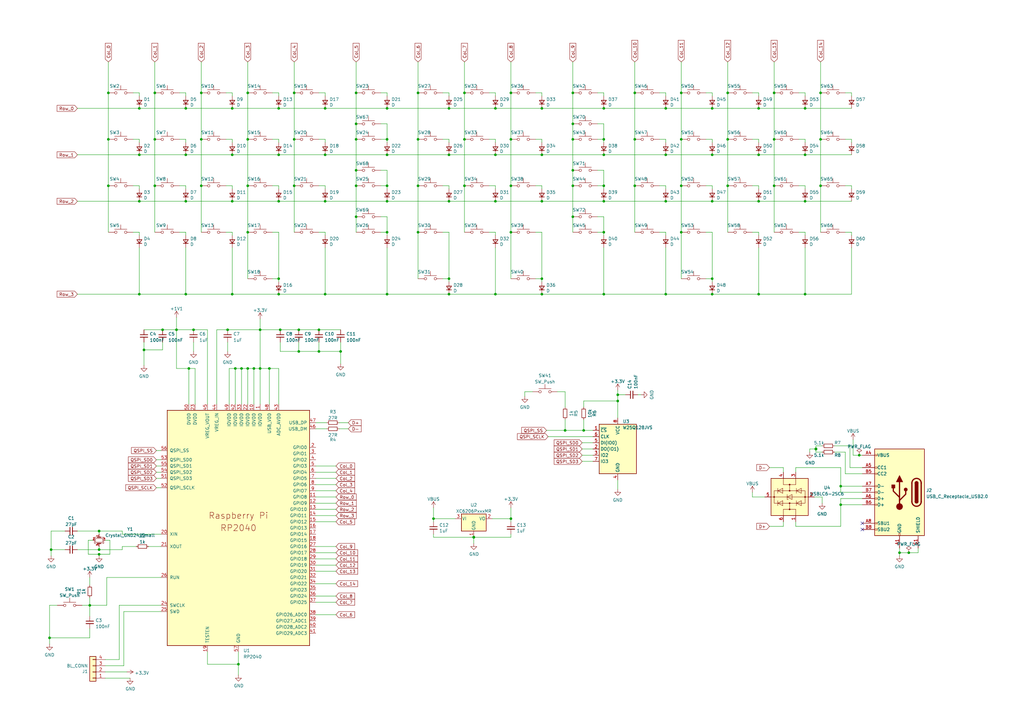
<source format=kicad_sch>
(kicad_sch (version 20230121) (generator eeschema)
  (paper "A3")
  (junction (at 133.35 44.45))
  (junction (at 194.31 220.345) (diameter 1.016))
  (junction (at 336.55 76.2))
  (junction (at 57.15 44.45))
  (junction (at 311.15 63.5))
  (junction (at 36.83 248.285))
  (junction (at 222.25 114.3))
  (junction (at 77.47 151.13))
  (junction (at 209.55 38.1))
  (junction (at 334.645 184.15) (diameter 1.016))
  (junction (at 133.35 63.5))
  (junction (at 158.75 120.65))
  (junction (at 184.15 120.65))
  (junction (at 279.4 57.15))
  (junction (at 239.395 176.53))
  (junction (at 101.6 95.25))
  (junction (at 222.25 44.45))
  (junction (at 253.365 161.925))
  (junction (at 247.65 63.5))
  (junction (at 114.3 114.3))
  (junction (at 40.64 225.425))
  (junction (at 247.65 57.15))
  (junction (at 82.55 76.2))
  (junction (at 101.6 76.2))
  (junction (at 79.375 135.255))
  (junction (at 59.055 143.51))
  (junction (at 63.5 76.2))
  (junction (at 203.2 44.45))
  (junction (at 184.15 114.3))
  (junction (at 222.25 63.5))
  (junction (at 114.3 120.65))
  (junction (at 44.45 38.1))
  (junction (at 311.15 44.45))
  (junction (at 110.49 151.13))
  (junction (at 352.425 186.69))
  (junction (at 76.2 120.65))
  (junction (at 177.8 212.725))
  (junction (at 273.05 63.5))
  (junction (at 158.75 82.55))
  (junction (at 344.805 207.01))
  (junction (at 82.55 57.15))
  (junction (at 344.805 199.39))
  (junction (at 57.15 82.55))
  (junction (at 76.2 44.45))
  (junction (at 40.64 227.33))
  (junction (at 247.65 44.45))
  (junction (at 247.65 82.55))
  (junction (at 247.65 76.2))
  (junction (at 203.2 120.65))
  (junction (at 106.68 151.13))
  (junction (at 311.15 82.55))
  (junction (at 234.95 69.85))
  (junction (at 133.35 120.65))
  (junction (at 273.05 82.55))
  (junction (at 95.25 120.65))
  (junction (at 133.35 82.55))
  (junction (at 101.6 57.15))
  (junction (at 330.2 82.55))
  (junction (at 114.3 44.45))
  (junction (at 139.7 144.145))
  (junction (at 260.35 57.15))
  (junction (at 260.35 76.2))
  (junction (at 247.65 95.25))
  (junction (at 120.65 76.2))
  (junction (at 96.52 151.13))
  (junction (at 247.65 120.65))
  (junction (at 171.45 57.15))
  (junction (at 317.5 38.1))
  (junction (at 253.365 164.465))
  (junction (at 40.64 217.805))
  (junction (at 66.675 135.255))
  (junction (at 273.05 120.65))
  (junction (at 44.45 76.2))
  (junction (at 146.05 88.9))
  (junction (at 317.5 57.15))
  (junction (at 44.45 57.15))
  (junction (at 279.4 95.25))
  (junction (at 93.345 135.255))
  (junction (at 234.95 88.9))
  (junction (at 104.14 151.13))
  (junction (at 20.32 261.62))
  (junction (at 158.75 63.5))
  (junction (at 130.81 144.145))
  (junction (at 336.55 57.15))
  (junction (at 158.75 76.2))
  (junction (at 317.5 76.2))
  (junction (at 234.95 38.1))
  (junction (at 330.2 44.45))
  (junction (at 146.05 69.85))
  (junction (at 184.15 44.45))
  (junction (at 298.45 38.1))
  (junction (at 372.745 226.695))
  (junction (at 72.39 135.255))
  (junction (at 368.935 226.695))
  (junction (at 171.45 95.25))
  (junction (at 234.95 57.15))
  (junction (at 209.55 95.25))
  (junction (at 260.35 38.1))
  (junction (at 234.95 76.2))
  (junction (at 106.68 135.255))
  (junction (at 114.3 63.5))
  (junction (at 203.2 82.55))
  (junction (at 95.25 82.55))
  (junction (at 184.15 63.5))
  (junction (at 76.2 63.5))
  (junction (at 63.5 57.15))
  (junction (at 101.6 151.13))
  (junction (at 76.2 82.55))
  (junction (at 209.55 212.725))
  (junction (at 95.25 63.5))
  (junction (at 158.75 44.45))
  (junction (at 203.2 63.5))
  (junction (at 120.65 57.15))
  (junction (at 190.5 57.15))
  (junction (at 279.4 76.2))
  (junction (at 82.55 38.1))
  (junction (at 209.55 57.15))
  (junction (at 330.2 120.65))
  (junction (at 292.1 114.3))
  (junction (at 158.75 57.15))
  (junction (at 171.45 76.2))
  (junction (at 63.5 38.1))
  (junction (at 146.05 38.1))
  (junction (at 99.06 151.13))
  (junction (at 298.45 57.15))
  (junction (at 190.5 38.1))
  (junction (at 130.81 135.255))
  (junction (at 122.555 135.255))
  (junction (at 222.25 120.65))
  (junction (at 146.05 50.8))
  (junction (at 146.05 76.2))
  (junction (at 330.2 63.5))
  (junction (at 222.25 82.55))
  (junction (at 292.1 120.65))
  (junction (at 114.3 82.55))
  (junction (at 158.75 95.25))
  (junction (at 184.15 82.55))
  (junction (at 146.05 57.15))
  (junction (at 273.05 44.45))
  (junction (at 95.25 44.45))
  (junction (at 279.4 38.1))
  (junction (at 171.45 38.1))
  (junction (at 292.1 82.55))
  (junction (at 292.1 63.5))
  (junction (at 114.935 135.255))
  (junction (at 190.5 76.2))
  (junction (at 298.45 76.2))
  (junction (at 292.1 44.45))
  (junction (at 122.555 144.145))
  (junction (at 101.6 38.1))
  (junction (at 231.775 176.53))
  (junction (at 57.15 120.65))
  (junction (at 234.95 50.8))
  (junction (at 120.65 38.1))
  (junction (at 311.15 120.65))
  (junction (at 20.955 225.425))
  (junction (at 57.15 63.5))
  (junction (at 336.55 38.1))
  (junction (at 209.55 76.2))
  (junction (at 97.79 272.415))
  (no_connect (at 353.695 217.17))
  (no_connect (at 353.695 214.63))
  (bus_entry (at 334.645 -4.445) (size 2.54 2.54))
  (wire (pts (xy 130.81 95.25) (xy 133.35 95.25)))
  (wire (pts (xy 76.2 44.45) (xy 95.25 44.45)))
  (wire (pts (xy 349.25 76.2) (xy 349.25 77.47)))
  (wire (pts (xy 247.65 44.45) (xy 273.05 44.45)))
  (wire (pts (xy 156.21 57.15) (xy 158.75 57.15)))
  (wire (pts (xy 253.365 160.02) (xy 253.365 161.925)))
  (wire (pts (xy 85.09 135.255) (xy 85.09 165.735)))
  (wire (pts (xy 330.2 82.55) (xy 349.25 82.55)))
  (wire (pts (xy 20.32 261.62) (xy 36.83 261.62)))
  (wire (pts (xy 133.35 76.2) (xy 133.35 77.47)))
  (wire (pts (xy 234.95 50.8) (xy 234.95 57.15)))
  (wire (pts (xy 200.66 95.25) (xy 203.2 95.25)))
  (wire (pts (xy 57.15 44.45) (xy 76.2 44.45)))
  (wire (pts (xy 146.05 57.15) (xy 146.05 69.85)))
  (wire (pts (xy 158.75 44.45) (xy 184.15 44.45)))
  (wire (pts (xy 156.21 38.1) (xy 158.75 38.1)))
  (wire (pts (xy 247.65 120.65) (xy 273.05 120.65)))
  (wire (pts (xy 95.25 63.5) (xy 114.3 63.5)))
  (wire (pts (xy 36.83 248.285) (xy 36.83 252.73)))
  (wire (pts (xy 20.955 217.805) (xy 20.955 225.425)))
  (wire (pts (xy 171.45 38.1) (xy 171.45 57.15)))
  (wire (pts (xy 50.165 219.075) (xy 66.04 219.075)))
  (wire (pts (xy 311.15 120.65) (xy 292.1 120.65)))
  (wire (pts (xy 346.71 95.25) (xy 349.25 95.25)))
  (wire (pts (xy 292.1 76.2) (xy 292.1 77.47)))
  (wire (pts (xy 50.165 224.155) (xy 50.165 225.425)))
  (wire (pts (xy 43.18 278.13) (xy 53.34 278.13)))
  (wire (pts (xy 26.67 217.805) (xy 20.955 217.805)))
  (wire (pts (xy 247.65 63.5) (xy 273.05 63.5)))
  (wire (pts (xy 311.15 95.25) (xy 311.15 96.52)))
  (wire (pts (xy 184.15 76.2) (xy 184.15 77.47)))
  (wire (pts (xy 76.2 57.15) (xy 76.2 58.42)))
  (wire (pts (xy 346.71 38.1) (xy 349.25 38.1)))
  (wire (pts (xy 219.71 95.25) (xy 222.25 95.25)))
  (wire (pts (xy 247.65 38.1) (xy 247.65 39.37)))
  (wire (pts (xy 279.4 38.1) (xy 279.4 57.15)))
  (wire (pts (xy 133.35 57.15) (xy 133.35 58.42)))
  (wire (pts (xy 158.75 69.85) (xy 158.75 76.2)))
  (wire (pts (xy 239.395 176.53) (xy 243.205 176.53)))
  (wire (pts (xy 45.085 221.615) (xy 43.18 221.615)))
  (wire (pts (xy 222.25 95.25) (xy 222.25 114.3)))
  (wire (pts (xy 63.5 76.2) (xy 63.5 95.25)))
  (wire (pts (xy 93.98 165.735) (xy 93.98 151.13)))
  (wire (pts (xy 85.09 267.335) (xy 85.09 272.415)))
  (wire (pts (xy 101.6 76.2) (xy 101.6 95.25)))
  (wire (pts (xy 76.2 38.1) (xy 76.2 39.37)))
  (wire (pts (xy 203.2 120.65) (xy 222.25 120.65)))
  (wire (pts (xy 137.795 226.695) (xy 129.54 226.695)))
  (wire (pts (xy 190.5 57.15) (xy 190.5 76.2)))
  (wire (pts (xy 334.645 185.42) (xy 337.185 185.42)))
  (wire (pts (xy 292.1 95.25) (xy 292.1 114.3)))
  (wire (pts (xy 231.775 167.005) (xy 231.775 160.655)))
  (wire (pts (xy 348.615 191.77) (xy 353.695 191.77)))
  (wire (pts (xy 298.45 25.4) (xy 298.45 38.1)))
  (wire (pts (xy 48.895 270.51) (xy 48.895 248.285)))
  (wire (pts (xy 273.05 82.55) (xy 292.1 82.55)))
  (wire (pts (xy 215.265 160.655) (xy 218.44 160.655)))
  (wire (pts (xy 262.89 161.925) (xy 261.62 161.925)))
  (wire (pts (xy 54.61 95.25) (xy 57.15 95.25)))
  (wire (pts (xy 330.2 76.2) (xy 330.2 77.47)))
  (wire (pts (xy 219.71 114.3) (xy 222.25 114.3)))
  (wire (pts (xy 72.39 135.255) (xy 79.375 135.255)))
  (wire (pts (xy 203.2 44.45) (xy 222.25 44.45)))
  (wire (pts (xy 133.35 82.55) (xy 158.75 82.55)))
  (wire (pts (xy 200.66 57.15) (xy 203.2 57.15)))
  (wire (pts (xy 146.05 50.8) (xy 146.05 57.15)))
  (wire (pts (xy 36.195 221.615) (xy 36.195 227.33)))
  (wire (pts (xy 76.2 101.6) (xy 76.2 120.65)))
  (wire (pts (xy 40.64 224.155) (xy 40.64 225.425)))
  (wire (pts (xy 243.205 186.69) (xy 238.76 186.69)))
  (wire (pts (xy 245.11 38.1) (xy 247.65 38.1)))
  (wire (pts (xy 344.805 207.01) (xy 344.805 204.47)))
  (wire (pts (xy 40.64 227.33) (xy 45.085 227.33)))
  (wire (pts (xy 336.55 76.2) (xy 336.55 95.25)))
  (wire (pts (xy 349.885 180.34) (xy 349.885 186.69)))
  (wire (pts (xy 54.61 76.2) (xy 57.15 76.2)))
  (wire (pts (xy 247.65 95.25) (xy 247.65 96.52)))
  (wire (pts (xy 190.5 25.4) (xy 190.5 38.1)))
  (wire (pts (xy 114.3 63.5) (xy 133.35 63.5)))
  (wire (pts (xy 57.15 38.1) (xy 57.15 39.37)))
  (wire (pts (xy 43.815 236.855) (xy 43.815 248.285)))
  (wire (pts (xy 31.75 120.65) (xy 57.15 120.65)))
  (wire (pts (xy 72.39 135.255) (xy 72.39 151.13)))
  (wire (pts (xy 171.45 76.2) (xy 171.45 95.25)))
  (wire (pts (xy 239.395 167.005) (xy 239.395 164.465)))
  (wire (pts (xy 184.15 120.65) (xy 203.2 120.65)))
  (wire (pts (xy 139.7 144.145) (xy 139.7 149.225)))
  (wire (pts (xy 321.31 213.995) (xy 321.31 215.9)))
  (wire (pts (xy 260.35 57.15) (xy 260.35 76.2)))
  (wire (pts (xy 184.15 95.25) (xy 184.15 114.3)))
  (wire (pts (xy 334.645 184.15) (xy 332.105 184.15)))
  (wire (pts (xy 209.55 25.4) (xy 209.55 38.1)))
  (wire (pts (xy 95.25 82.55) (xy 114.3 82.55)))
  (wire (pts (xy 194.31 222.885) (xy 194.31 220.345)))
  (wire (pts (xy 122.555 135.255) (xy 130.81 135.255)))
  (wire (pts (xy 209.55 95.25) (xy 209.55 114.3)))
  (wire (pts (xy 20.32 264.16) (xy 20.32 261.62)))
  (wire (pts (xy 137.795 239.395) (xy 129.54 239.395)))
  (wire (pts (xy 43.18 275.59) (xy 52.07 275.59)))
  (wire (pts (xy 114.3 95.25) (xy 114.3 114.3)))
  (wire (pts (xy 137.795 224.155) (xy 129.54 224.155)))
  (wire (pts (xy 88.9 135.255) (xy 93.345 135.255)))
  (wire (pts (xy 273.05 57.15) (xy 273.05 58.42)))
  (wire (pts (xy 114.3 57.15) (xy 114.3 58.42)))
  (wire (pts (xy 209.55 208.28) (xy 209.55 212.725)))
  (wire (pts (xy 243.205 184.15) (xy 238.76 184.15)))
  (wire (pts (xy 311.15 63.5) (xy 330.2 63.5)))
  (wire (pts (xy 181.61 38.1) (xy 184.15 38.1)))
  (wire (pts (xy 273.05 38.1) (xy 273.05 39.37)))
  (wire (pts (xy 289.56 76.2) (xy 292.1 76.2)))
  (wire (pts (xy 111.76 57.15) (xy 114.3 57.15)))
  (wire (pts (xy 184.15 57.15) (xy 184.15 58.42)))
  (wire (pts (xy 368.935 227.965) (xy 368.935 226.695)))
  (wire (pts (xy 156.21 95.25) (xy 158.75 95.25)))
  (wire (pts (xy 311.15 82.55) (xy 330.2 82.55)))
  (wire (pts (xy 222.25 57.15) (xy 222.25 58.42)))
  (wire (pts (xy 54.61 38.1) (xy 57.15 38.1)))
  (wire (pts (xy 219.71 38.1) (xy 222.25 38.1)))
  (wire (pts (xy 76.2 120.65) (xy 95.25 120.65)))
  (wire (pts (xy 234.95 38.1) (xy 234.95 50.8)))
  (wire (pts (xy 308.61 38.1) (xy 311.15 38.1)))
  (wire (pts (xy 273.05 95.25) (xy 273.05 96.52)))
  (wire (pts (xy 270.51 38.1) (xy 273.05 38.1)))
  (wire (pts (xy 270.51 57.15) (xy 273.05 57.15)))
  (wire (pts (xy 368.935 226.695) (xy 368.935 224.79)))
  (wire (pts (xy 48.895 248.285) (xy 66.04 248.285)))
  (wire (pts (xy 139.7 144.145) (xy 139.7 140.335)))
  (wire (pts (xy 120.65 76.2) (xy 120.65 95.25)))
  (wire (pts (xy 45.085 227.33) (xy 45.085 221.615)))
  (wire (pts (xy 181.61 114.3) (xy 184.15 114.3)))
  (wire (pts (xy 93.98 151.13) (xy 96.52 151.13)))
  (wire (pts (xy 97.79 272.415) (xy 97.79 267.335)))
  (wire (pts (xy 20.955 225.425) (xy 20.955 227.965)))
  (wire (pts (xy 315.595 191.77) (xy 321.31 191.77)))
  (wire (pts (xy 184.15 63.5) (xy 203.2 63.5)))
  (wire (pts (xy 82.55 38.1) (xy 82.55 57.15)))
  (wire (pts (xy 133.35 101.6) (xy 133.35 120.65)))
  (wire (pts (xy 146.05 76.2) (xy 146.05 88.9)))
  (wire (pts (xy 133.985 175.895) (xy 129.54 175.895)))
  (wire (pts (xy 137.795 191.135) (xy 129.54 191.135)))
  (wire (pts (xy 376.555 224.79) (xy 376.555 226.695)))
  (wire (pts (xy 336.55 38.1) (xy 336.55 57.15)))
  (wire (pts (xy 292.1 82.55) (xy 311.15 82.55)))
  (wire (pts (xy 158.75 88.9) (xy 158.75 95.25)))
  (wire (pts (xy 156.21 50.8) (xy 158.75 50.8)))
  (wire (pts (xy 59.055 135.255) (xy 66.675 135.255)))
  (wire (pts (xy 330.2 120.65) (xy 311.15 120.65)))
  (wire (pts (xy 137.795 201.295) (xy 129.54 201.295)))
  (wire (pts (xy 273.05 120.65) (xy 292.1 120.65)))
  (wire (pts (xy 330.2 101.6) (xy 330.2 120.65)))
  (wire (pts (xy 146.05 69.85) (xy 146.05 76.2)))
  (wire (pts (xy 57.15 63.5) (xy 76.2 63.5)))
  (wire (pts (xy 158.75 95.25) (xy 158.75 96.52)))
  (wire (pts (xy 353.695 201.93) (xy 344.805 201.93)))
  (wire (pts (xy 137.795 213.995) (xy 129.54 213.995)))
  (wire (pts (xy 95.25 38.1) (xy 95.25 39.37)))
  (wire (pts (xy 40.64 227.33) (xy 40.64 227.965)))
  (wire (pts (xy 334.645 184.15) (xy 334.645 185.42)))
  (wire (pts (xy 289.56 57.15) (xy 292.1 57.15)))
  (wire (pts (xy 66.675 143.51) (xy 59.055 143.51)))
  (wire (pts (xy 64.135 184.785) (xy 66.04 184.785)))
  (wire (pts (xy 203.2 101.6) (xy 203.2 120.65)))
  (wire (pts (xy 76.2 63.5) (xy 95.25 63.5)))
  (wire (pts (xy 327.66 95.25) (xy 330.2 95.25)))
  (wire (pts (xy 137.795 229.235) (xy 129.54 229.235)))
  (wire (pts (xy 57.15 57.15) (xy 57.15 58.42)))
  (wire (pts (xy 92.71 57.15) (xy 95.25 57.15)))
  (wire (pts (xy 279.4 76.2) (xy 279.4 95.25)))
  (wire (pts (xy 76.2 76.2) (xy 76.2 77.47)))
  (wire (pts (xy 82.55 25.4) (xy 82.55 38.1)))
  (wire (pts (xy 95.25 120.65) (xy 114.3 120.65)))
  (wire (pts (xy 330.2 63.5) (xy 349.25 63.5)))
  (wire (pts (xy 336.55 57.15) (xy 336.55 76.2)))
  (wire (pts (xy 336.55 25.4) (xy 336.55 38.1)))
  (wire (pts (xy 137.795 198.755) (xy 129.54 198.755)))
  (wire (pts (xy 40.64 217.805) (xy 40.64 219.075)))
  (wire (pts (xy 92.71 38.1) (xy 95.25 38.1)))
  (wire (pts (xy 245.11 50.8) (xy 247.65 50.8)))
  (wire (pts (xy 222.25 63.5) (xy 247.65 63.5)))
  (wire (pts (xy 219.71 76.2) (xy 222.25 76.2)))
  (wire (pts (xy 349.25 101.6) (xy 349.25 120.65)))
  (wire (pts (xy 36.195 227.33) (xy 40.64 227.33)))
  (wire (pts (xy 158.75 38.1) (xy 158.75 39.37)))
  (wire (pts (xy 44.45 38.1) (xy 44.45 57.15)))
  (wire (pts (xy 158.75 76.2) (xy 158.75 77.47)))
  (wire (pts (xy 353.695 194.31) (xy 346.71 194.31)))
  (wire (pts (xy 111.76 38.1) (xy 114.3 38.1)))
  (wire (pts (xy 372.745 226.695) (xy 368.935 226.695)))
  (wire (pts (xy 101.6 151.13) (xy 104.14 151.13)))
  (wire (pts (xy 120.65 38.1) (xy 120.65 57.15)))
  (wire (pts (xy 106.68 151.13) (xy 110.49 151.13)))
  (wire (pts (xy 279.4 25.4) (xy 279.4 38.1)))
  (wire (pts (xy 243.205 189.23) (xy 238.76 189.23)))
  (wire (pts (xy 59.055 143.51) (xy 59.055 149.86)))
  (wire (pts (xy 311.15 44.45) (xy 330.2 44.45)))
  (wire (pts (xy 327.66 38.1) (xy 330.2 38.1)))
  (wire (pts (xy 40.64 225.425) (xy 50.165 225.425)))
  (wire (pts (xy 209.55 38.1) (xy 209.55 57.15)))
  (wire (pts (xy 158.75 63.5) (xy 184.15 63.5)))
  (wire (pts (xy 334.645 182.88) (xy 334.645 184.15)))
  (wire (pts (xy 114.3 82.55) (xy 133.35 82.55)))
  (wire (pts (xy 311.15 101.6) (xy 311.15 120.65)))
  (wire (pts (xy 114.935 144.145) (xy 122.555 144.145)))
  (wire (pts (xy 73.66 76.2) (xy 76.2 76.2)))
  (wire (pts (xy 114.3 114.3) (xy 114.3 115.57)))
  (wire (pts (xy 156.21 88.9) (xy 158.75 88.9)))
  (wire (pts (xy 234.95 76.2) (xy 234.95 88.9)))
  (wire (pts (xy 349.25 120.65) (xy 330.2 120.65)))
  (wire (pts (xy 344.805 204.47) (xy 353.695 204.47)))
  (wire (pts (xy 101.6 25.4) (xy 101.6 38.1)))
  (wire (pts (xy 31.75 44.45) (xy 57.15 44.45)))
  (wire (pts (xy 114.3 76.2) (xy 114.3 77.47)))
  (wire (pts (xy 137.795 196.215) (xy 129.54 196.215)))
  (wire (pts (xy 122.555 144.145) (xy 122.555 140.335)))
  (wire (pts (xy 222.25 76.2) (xy 222.25 77.47)))
  (wire (pts (xy 346.71 194.31) (xy 346.71 185.42)))
  (wire (pts (xy 177.8 213.995) (xy 177.8 212.725)))
  (wire (pts (xy 101.6 95.25) (xy 101.6 114.3)))
  (wire (pts (xy 92.71 76.2) (xy 95.25 76.2)))
  (wire (pts (xy 133.35 95.25) (xy 133.35 96.52)))
  (wire (pts (xy 38.1 221.615) (xy 36.195 221.615)))
  (wire (pts (xy 203.2 82.55) (xy 222.25 82.55)))
  (wire (pts (xy 106.68 151.13) (xy 106.68 165.735)))
  (wire (pts (xy 315.595 215.9) (xy 321.31 215.9)))
  (wire (pts (xy 177.8 212.725) (xy 186.69 212.725)))
  (wire (pts (xy 177.8 220.345) (xy 194.31 220.345)))
  (wire (pts (xy 99.06 151.13) (xy 99.06 165.735)))
  (wire (pts (xy 245.11 57.15) (xy 247.65 57.15)))
  (wire (pts (xy 20.32 248.285) (xy 23.495 248.285)))
  (wire (pts (xy 64.135 193.675) (xy 66.04 193.675)))
  (wire (pts (xy 353.695 207.01) (xy 344.805 207.01)))
  (wire (pts (xy 133.35 63.5) (xy 158.75 63.5)))
  (wire (pts (xy 245.11 76.2) (xy 247.65 76.2)))
  (wire (pts (xy 72.39 151.13) (xy 77.47 151.13)))
  (wire (pts (xy 79.375 140.335) (xy 79.375 144.145)))
  (wire (pts (xy 73.66 57.15) (xy 76.2 57.15)))
  (wire (pts (xy 181.61 76.2) (xy 184.15 76.2)))
  (wire (pts (xy 245.11 95.25) (xy 247.65 95.25)))
  (wire (pts (xy 260.35 38.1) (xy 260.35 57.15)))
  (wire (pts (xy 101.6 57.15) (xy 101.6 76.2)))
  (wire (pts (xy 247.65 88.9) (xy 247.65 95.25)))
  (wire (pts (xy 342.265 182.88) (xy 348.615 182.88)))
  (wire (pts (xy 64.135 188.595) (xy 66.04 188.595)))
  (wire (pts (xy 142.875 173.355) (xy 139.065 173.355)))
  (wire (pts (xy 222.25 38.1) (xy 222.25 39.37)))
  (wire (pts (xy 158.75 57.15) (xy 158.75 58.42)))
  (wire (pts (xy 66.04 236.855) (xy 43.815 236.855)))
  (wire (pts (xy 311.15 76.2) (xy 311.15 77.47)))
  (wire (pts (xy 50.165 224.155) (xy 55.88 224.155)))
  (wire (pts (xy 289.56 38.1) (xy 292.1 38.1)))
  (wire (pts (xy 177.8 208.28) (xy 177.8 212.725)))
  (wire (pts (xy 273.05 63.5) (xy 292.1 63.5)))
  (wire (pts (xy 337.185 182.88) (xy 334.645 182.88)))
  (wire (pts (xy 222.25 120.65) (xy 247.65 120.65)))
  (wire (pts (xy 77.47 151.13) (xy 80.01 151.13)))
  (wire (pts (xy 209.55 213.995) (xy 209.55 212.725)))
  (wire (pts (xy 137.795 231.775) (xy 129.54 231.775)))
  (wire (pts (xy 184.15 82.55) (xy 203.2 82.55)))
  (wire (pts (xy 133.985 173.355) (xy 129.54 173.355)))
  (wire (pts (xy 253.365 161.925) (xy 253.365 164.465)))
  (wire (pts (xy 239.395 172.085) (xy 239.395 176.53)))
  (wire (pts (xy 349.25 38.1) (xy 349.25 39.37)))
  (wire (pts (xy 66.675 140.335) (xy 66.675 143.51)))
  (wire (pts (xy 190.5 76.2) (xy 190.5 95.25)))
  (wire (pts (xy 156.21 76.2) (xy 158.75 76.2)))
  (wire (pts (xy 330.2 57.15) (xy 330.2 58.42)))
  (wire (pts (xy 60.96 224.155) (xy 66.04 224.155)))
  (wire (pts (xy 50.8 250.825) (xy 50.8 273.05)))
  (wire (pts (xy 137.795 211.455) (xy 129.54 211.455)))
  (wire (pts (xy 93.345 140.335) (xy 93.345 144.145)))
  (wire (pts (xy 330.2 38.1) (xy 330.2 39.37)))
  (wire (pts (xy 130.81 38.1) (xy 133.35 38.1)))
  (wire (pts (xy 349.25 57.15) (xy 349.25 58.42)))
  (wire (pts (xy 80.01 165.735) (xy 80.01 151.13)))
  (wire (pts (xy 110.49 151.13) (xy 114.3 151.13)))
  (wire (pts (xy 142.875 175.895) (xy 139.065 175.895)))
  (wire (pts (xy 111.76 76.2) (xy 114.3 76.2)))
  (wire (pts (xy 292.1 44.45) (xy 311.15 44.45)))
  (wire (pts (xy 146.05 88.9) (xy 146.05 95.25)))
  (wire (pts (xy 101.6 38.1) (xy 101.6 57.15)))
  (wire (pts (xy 130.81 57.15) (xy 133.35 57.15)))
  (wire (pts (xy 43.18 270.51) (xy 48.895 270.51)))
  (wire (pts (xy 50.165 217.805) (xy 50.165 219.075)))
  (wire (pts (xy 317.5 57.15) (xy 317.5 76.2)))
  (wire (pts (xy 273.05 44.45) (xy 292.1 44.45)))
  (wire (pts (xy 85.09 272.415) (xy 97.79 272.415)))
  (wire (pts (xy 184.15 114.3) (xy 184.15 115.57)))
  (wire (pts (xy 133.35 120.65) (xy 158.75 120.65)))
  (wire (pts (xy 99.06 151.13) (xy 101.6 151.13)))
  (wire (pts (xy 114.3 38.1) (xy 114.3 39.37)))
  (wire (pts (xy 200.66 38.1) (xy 203.2 38.1)))
  (wire (pts (xy 158.75 120.65) (xy 184.15 120.65)))
  (wire (pts (xy 209.55 220.345) (xy 194.31 220.345)))
  (wire (pts (xy 203.2 76.2) (xy 203.2 77.47)))
  (wire (pts (xy 156.21 69.85) (xy 158.75 69.85)))
  (wire (pts (xy 64.135 196.215) (xy 66.04 196.215)))
  (wire (pts (xy 298.45 38.1) (xy 298.45 57.15)))
  (wire (pts (xy 57.15 120.65) (xy 76.2 120.65)))
  (wire (pts (xy 247.65 82.55) (xy 273.05 82.55)))
  (wire (pts (xy 243.205 181.61) (xy 238.76 181.61)))
  (wire (pts (xy 228.6 160.655) (xy 231.775 160.655)))
  (wire (pts (xy 111.76 95.25) (xy 114.3 95.25)))
  (wire (pts (xy 308.61 76.2) (xy 311.15 76.2)))
  (wire (pts (xy 36.83 236.855) (xy 36.83 240.03)))
  (wire (pts (xy 292.1 63.5) (xy 311.15 63.5)))
  (wire (pts (xy 308.61 57.15) (xy 311.15 57.15)))
  (wire (pts (xy 171.45 95.25) (xy 171.45 114.3)))
  (wire (pts (xy 311.15 57.15) (xy 311.15 58.42)))
  (wire (pts (xy 64.135 191.135) (xy 66.04 191.135)))
  (wire (pts (xy 44.45 57.15) (xy 44.45 76.2)))
  (wire (pts (xy 137.795 206.375) (xy 129.54 206.375)))
  (wire (pts (xy 203.2 63.5) (xy 222.25 63.5)))
  (wire (pts (xy 76.2 82.55) (xy 95.25 82.55)))
  (wire (pts (xy 245.11 69.85) (xy 247.65 69.85)))
  (wire (pts (xy 253.365 161.925) (xy 256.54 161.925)))
  (wire (pts (xy 352.425 186.69) (xy 349.885 186.69)))
  (wire (pts (xy 326.39 215.9) (xy 326.39 213.995)))
  (wire (pts (xy 247.65 76.2) (xy 247.65 77.47)))
  (wire (pts (xy 234.95 25.4) (xy 234.95 38.1)))
  (wire (pts (xy 114.3 151.13) (xy 114.3 165.735)))
  (wire (pts (xy 57.15 82.55) (xy 76.2 82.55)))
  (wire (pts (xy 93.345 135.255) (xy 106.68 135.255)))
  (wire (pts (xy 114.3 44.45) (xy 133.35 44.45)))
  (wire (pts (xy 114.3 120.65) (xy 133.35 120.65)))
  (wire (pts (xy 353.695 186.69) (xy 352.425 186.69)))
  (wire (pts (xy 344.805 215.9) (xy 326.39 215.9)))
  (wire (pts (xy 57.15 76.2) (xy 57.15 77.47)))
  (wire (pts (xy 222.25 82.55) (xy 247.65 82.55)))
  (wire (pts (xy 289.56 114.3) (xy 292.1 114.3)))
  (wire (pts (xy 171.45 25.4) (xy 171.45 38.1)))
  (wire (pts (xy 137.795 203.835) (xy 129.54 203.835)))
  (wire (pts (xy 260.35 76.2) (xy 260.35 95.25)))
  (wire (pts (xy 43.18 273.05) (xy 50.8 273.05)))
  (wire (pts (xy 308.61 95.25) (xy 311.15 95.25)))
  (wire (pts (xy 95.25 44.45) (xy 114.3 44.45)))
  (wire (pts (xy 44.45 76.2) (xy 44.45 95.25)))
  (wire (pts (xy 209.55 219.075) (xy 209.55 220.345)))
  (wire (pts (xy 120.65 25.4) (xy 120.65 38.1)))
  (wire (pts (xy 346.71 57.15) (xy 349.25 57.15)))
  (wire (pts (xy 344.805 201.93) (xy 344.805 199.39)))
  (wire (pts (xy 298.45 57.15) (xy 298.45 76.2)))
  (wire (pts (xy 130.81 144.145) (xy 139.7 144.145)))
  (wire (pts (xy 234.95 69.85) (xy 234.95 76.2)))
  (wire (pts (xy 239.395 164.465) (xy 253.365 164.465)))
  (wire (pts (xy 279.4 95.25) (xy 279.4 114.3)))
  (wire (pts (xy 253.365 164.465) (xy 253.365 171.45)))
  (wire (pts (xy 146.05 25.4) (xy 146.05 38.1)))
  (wire (pts (xy 344.805 207.01) (xy 344.805 215.9)))
  (wire (pts (xy 73.66 95.25) (xy 76.2 95.25)))
  (wire (pts (xy 31.75 217.805) (xy 40.64 217.805)))
  (wire (pts (xy 130.81 135.255) (xy 139.7 135.255)))
  (wire (pts (xy 77.47 165.735) (xy 77.47 151.13)))
  (wire (pts (xy 111.76 114.3) (xy 114.3 114.3)))
  (wire (pts (xy 348.615 182.88) (xy 348.615 191.77)))
  (wire (pts (xy 181.61 95.25) (xy 184.15 95.25)))
  (wire (pts (xy 209.55 57.15) (xy 209.55 76.2)))
  (wire (pts (xy 184.15 44.45) (xy 203.2 44.45)))
  (wire (pts (xy 313.69 203.835) (xy 308.61 203.835)))
  (wire (pts (xy 106.68 151.13) (xy 106.68 135.255)))
  (wire (pts (xy 158.75 82.55) (xy 184.15 82.55)))
  (wire (pts (xy 104.14 151.13) (xy 106.68 151.13)))
  (wire (pts (xy 327.66 57.15) (xy 330.2 57.15)))
  (wire (pts (xy 97.79 276.86) (xy 97.79 272.415)))
  (wire (pts (xy 133.35 44.45) (xy 158.75 44.45)))
  (wire (pts (xy 95.25 101.6) (xy 95.25 120.65)))
  (wire (pts (xy 64.135 200.025) (xy 66.04 200.025)))
  (wire (pts (xy 158.75 101.6) (xy 158.75 120.65)))
  (wire (pts (xy 43.815 248.285) (xy 36.83 248.285)))
  (wire (pts (xy 110.49 151.13) (xy 110.49 165.735)))
  (wire (pts (xy 247.65 57.15) (xy 247.65 58.42)))
  (wire (pts (xy 120.65 57.15) (xy 120.65 76.2)))
  (wire (pts (xy 247.65 50.8) (xy 247.65 57.15)))
  (wire (pts (xy 292.1 114.3) (xy 292.1 115.57)))
  (wire (pts (xy 36.83 245.11) (xy 36.83 248.285)))
  (wire (pts (xy 63.5 57.15) (xy 63.5 76.2)))
  (wire (pts (xy 106.68 135.255) (xy 106.68 130.81)))
  (wire (pts (xy 346.71 76.2) (xy 349.25 76.2)))
  (wire (pts (xy 96.52 151.13) (xy 99.06 151.13)))
  (wire (pts (xy 270.51 95.25) (xy 273.05 95.25)))
  (wire (pts (xy 215.265 162.56) (xy 215.265 160.655)))
  (wire (pts (xy 203.2 38.1) (xy 203.2 39.37)))
  (wire (pts (xy 200.66 76.2) (xy 203.2 76.2)))
  (wire (pts (xy 137.795 247.015) (xy 129.54 247.015)))
  (wire (pts (xy 96.52 151.13) (xy 96.52 165.735)))
  (wire (pts (xy 184.15 38.1) (xy 184.15 39.37)))
  (wire (pts (xy 224.155 176.53) (xy 231.775 176.53)))
  (wire (pts (xy 203.2 57.15) (xy 203.2 58.42)))
  (wire (pts (xy 321.31 193.675) (xy 321.31 191.77)))
  (wire (pts (xy 114.935 135.255) (xy 122.555 135.255)))
  (wire (pts (xy 63.5 38.1) (xy 63.5 57.15)))
  (wire (pts (xy 130.81 144.145) (xy 130.81 140.335)))
  (wire (pts (xy 66.675 135.255) (xy 72.39 135.255)))
  (wire (pts (xy 95.25 76.2) (xy 95.25 77.47)))
  (wire (pts (xy 245.11 88.9) (xy 247.65 88.9)))
  (wire (pts (xy 158.75 50.8) (xy 158.75 57.15)))
  (wire (pts (xy 177.8 219.075) (xy 177.8 220.345)))
  (wire (pts (xy 344.805 191.77) (xy 326.39 191.77)))
  (wire (pts (xy 92.71 95.25) (xy 95.25 95.25)))
  (wire (pts (xy 332.105 184.15) (xy 332.105 185.42)))
  (wire (pts (xy 317.5 38.1) (xy 317.5 57.15)))
  (wire (pts (xy 308.61 203.835) (xy 308.61 201.93)))
  (wire (pts (xy 247.65 101.6) (xy 247.65 120.65)))
  (wire (pts (xy 63.5 25.4) (xy 63.5 38.1)))
  (wire (pts (xy 222.25 114.3) (xy 222.25 115.57)))
  (wire (pts (xy 337.185 203.835) (xy 337.185 206.375)))
  (wire (pts (xy 224.79 179.07) (xy 243.205 179.07)))
  (wire (pts (xy 114.935 144.145) (xy 114.935 140.335)))
  (wire (pts (xy 31.75 82.55) (xy 57.15 82.55)))
  (wire (pts (xy 76.2 95.25) (xy 76.2 96.52)))
  (wire (pts (xy 59.055 140.335) (xy 59.055 143.51)))
  (wire (pts (xy 44.45 25.4) (xy 44.45 38.1)))
  (wire (pts (xy 54.61 57.15) (xy 57.15 57.15)))
  (wire (pts (xy 292.1 38.1) (xy 292.1 39.37)))
  (wire (pts (xy 273.05 76.2) (xy 273.05 77.47)))
  (wire (pts (xy 317.5 76.2) (xy 317.5 95.25)))
  (wire (pts (xy 270.51 76.2) (xy 273.05 76.2)))
  (wire (pts (xy 137.795 252.095) (xy 129.54 252.095)))
  (wire (pts (xy 334.01 203.835) (xy 337.185 203.835)))
  (wire (pts (xy 349.25 95.25) (xy 349.25 96.52)))
  (wire (pts (xy 137.795 208.915) (xy 129.54 208.915)))
  (wire (pts (xy 201.93 212.725) (xy 209.55 212.725)))
  (wire (pts (xy 101.6 151.13) (xy 101.6 165.735)))
  (wire (pts (xy 20.955 225.425) (xy 26.67 225.425)))
  (wire (pts (xy 326.39 191.77) (xy 326.39 193.675)))
  (wire (pts (xy 130.81 76.2) (xy 133.35 76.2)))
  (wire (pts (xy 57.15 101.6) (xy 57.15 120.65)))
  (wire (pts (xy 253.365 200.66) (xy 253.365 196.85)))
  (wire (pts (xy 190.5 38.1) (xy 190.5 57.15)))
  (wire (pts (xy 346.71 185.42) (xy 342.265 185.42)))
  (wire (pts (xy 133.35 38.1) (xy 133.35 39.37)))
  (wire (pts (xy 31.75 63.5) (xy 57.15 63.5)))
  (wire (pts (xy 231.775 176.53) (xy 239.395 176.53)))
  (wire (pts (xy 88.9 135.255) (xy 88.9 165.735)))
  (wire (pts (xy 219.71 57.15) (xy 222.25 57.15)))
  (wire (pts (xy 231.775 172.085) (xy 231.775 176.53)))
  (wire (pts (xy 137.795 193.675) (xy 129.54 193.675)))
  (wire (pts (xy 72.39 130.175) (xy 72.39 135.255)))
  (wire (pts (xy 66.04 250.825) (xy 50.8 250.825)))
  (wire (pts (xy 95.25 57.15) (xy 95.25 58.42)))
  (wire (pts (xy 40.64 217.805) (xy 50.165 217.805)))
  (wire (pts (xy 181.61 57.15) (xy 184.15 57.15)))
  (wire (pts (xy 31.75 225.425) (xy 40.64 225.425)))
  (wire (pts (xy 33.655 248.285) (xy 36.83 248.285)))
  (wire (pts (xy 79.375 135.255) (xy 85.09 135.255)))
  (wire (pts (xy 122.555 144.145) (xy 130.81 144.145)))
  (wire (pts (xy 104.14 151.13) (xy 104.14 165.735)))
  (wire (pts (xy 273.05 101.6) (xy 273.05 120.65)))
  (wire (pts (xy 311.15 38.1) (xy 311.15 39.37)))
  (wire (pts (xy 317.5 25.4) (xy 317.5 38.1)))
  (wire (pts (xy 95.25 95.25) (xy 95.25 96.52)))
  (wire (pts (xy 234.95 57.15) (xy 234.95 69.85)))
  (wire (pts (xy 292.1 57.15) (xy 292.1 58.42)))
  (wire (pts (xy 234.95 88.9) (xy 234.95 95.25)))
  (wire (pts (xy 222.25 44.45) (xy 247.65 44.45)))
  (wire (pts (xy 57.15 95.25) (xy 57.15 96.52)))
  (wire (pts (xy 353.695 199.39) (xy 344.805 199.39)))
  (wire (pts (xy 209.55 76.2) (xy 209.55 95.25)))
  (wire (pts (xy 330.2 44.45) (xy 349.25 44.45)))
  (wire (pts (xy 106.68 135.255) (xy 114.935 135.255)))
  (wire (pts (xy 137.795 234.315) (xy 129.54 234.315)))
  (wire (pts (xy 137.795 244.475) (xy 129.54 244.475)))
  (wire (pts (xy 279.4 57.15) (xy 279.4 76.2)))
  (wire (pts (xy 376.555 226.695) (xy 372.745 226.695)))
  (wire (pts (xy 171.45 57.15) (xy 171.45 76.2)))
  (wire (pts (xy 203.2 95.25) (xy 203.2 96.52)))
  (wire (pts (xy 327.66 76.2) (xy 330.2 76.2)))
  (wire (pts (xy 146.05 38.1) (xy 146.05 50.8)))
  (wire (pts (xy 344.805 199.39) (xy 344.805 191.77)))
  (wire (pts (xy 36.83 257.81) (xy 36.83 261.62)))
  (wire (pts (xy 289.56 95.25) (xy 292.1 95.25)))
  (wire (pts (xy 260.35 25.4) (xy 260.35 38.1)))
  (wire (pts (xy 20.32 261.62) (xy 20.32 248.285)))
  (wire (pts (xy 82.55 57.15) (xy 82.55 76.2)))
  (wire (pts (xy 298.45 76.2) (xy 298.45 95.25)))
  (wire (pts (xy 73.66 38.1) (xy 76.2 38.1)))
  (wire (pts (xy 247.65 69.85) (xy 247.65 76.2)))
  (wire (pts (xy 330.2 95.25) (xy 330.2 96.52)))
  (wire (pts (xy 82.55 76.2) (xy 82.55 95.25)))
  (global_label "Col_2" (shape input) (at 82.55 25.4 90) (property "Intersheetrefs" "${INTERSHEET_REFS}" (effects hide)))
  (global_label "Col_11" (shape input) (at 137.795 229.235 0) (property "Intersheetrefs" "${INTERSHEET_REFS}" (effects hide)))
  (global_label "QSPI_SD1" (shape input) (at 64.135 191.135 180) (property "Intersheetrefs" "${INTERSHEET_REFS}" (effects hide)))
  (global_label "Col_8" (shape input) (at 209.55 25.4 90) (property "Intersheetrefs" "${INTERSHEET_REFS}" (effects hide)))
  (global_label "Col_3" (shape input) (at 137.795 198.755 0) (property "Intersheetrefs" "${INTERSHEET_REFS}" (effects hide)))
  (global_label "Row_0" (shape input) (at 137.795 203.835 0) (property "Intersheetrefs" "${INTERSHEET_REFS}" (effects hide)))
  (global_label "Col_7" (shape input) (at 137.795 247.015 0) (property "Intersheetrefs" "${INTERSHEET_REFS}" (effects hide)))
  (global_label "Col_12" (shape input) (at 298.45 25.4 90) (property "Intersheetrefs" "${INTERSHEET_REFS}" (effects hide)))
  (global_label "Col_10" (shape input) (at 260.35 25.4 90) (property "Intersheetrefs" "${INTERSHEET_REFS}" (effects hide)))
  (global_label "QSPI_SS" (shape input) (at 224.155 176.53 180) (property "Intersheetrefs" "${INTERSHEET_REFS}" (effects hide)))
  (global_label "Col_5" (shape input) (at 146.05 25.4 90) (property "Intersheetrefs" "${INTERSHEET_REFS}" (effects hide)))
  (global_label "Col_1" (shape input) (at 137.795 193.675 0) (property "Intersheetrefs" "${INTERSHEET_REFS}" (effects hide)))
  (global_label "Col_13" (shape input) (at 137.795 234.315 0) (property "Intersheetrefs" "${INTERSHEET_REFS}" (effects hide)))
  (global_label "QSPI_SD0" (shape input) (at 238.76 181.61 180) (property "Intersheetrefs" "${INTERSHEET_REFS}" (effects hide)))
  (global_label "D+" (shape input) (at 142.875 173.355 0) (property "Intersheetrefs" "${INTERSHEET_REFS}" (effects hide)))
  (global_label "QSPI_SS" (shape input) (at 64.135 184.785 180) (property "Intersheetrefs" "${INTERSHEET_REFS}" (effects hide)))
  (global_label "Col_6" (shape input) (at 137.795 252.095 0) (property "Intersheetrefs" "${INTERSHEET_REFS}" (effects hide)))
  (global_label "QSPI_SD1" (shape input) (at 238.76 184.15 180) (property "Intersheetrefs" "${INTERSHEET_REFS}" (effects hide)))
  (global_label "Col_1" (shape input) (at 63.5 25.4 90) (property "Intersheetrefs" "${INTERSHEET_REFS}" (effects hide)))
  (global_label "QSPI_SD2" (shape input) (at 64.135 193.675 180) (property "Intersheetrefs" "${INTERSHEET_REFS}" (effects hide)))
  (global_label "Col_10" (shape input) (at 137.795 226.695 0) (property "Intersheetrefs" "${INTERSHEET_REFS}" (effects hide)))
  (global_label "Col_4" (shape input) (at 137.795 201.295 0) (property "Intersheetrefs" "${INTERSHEET_REFS}" (effects hide)))
  (global_label "Col_4" (shape input) (at 120.65 25.4 90) (property "Intersheetrefs" "${INTERSHEET_REFS}" (effects hide)))
  (global_label "Col_11" (shape input) (at 279.4 25.4 90) (property "Intersheetrefs" "${INTERSHEET_REFS}" (effects hide)))
  (global_label "D-" (shape input) (at 315.595 191.77 180) (property "Intersheetrefs" "${INTERSHEET_REFS}" (effects hide)))
  (global_label "Col_8" (shape input) (at 137.795 244.475 0) (property "Intersheetrefs" "${INTERSHEET_REFS}" (effects hide)))
  (global_label "Col_12" (shape input) (at 137.795 231.775 0) (property "Intersheetrefs" "${INTERSHEET_REFS}" (effects hide)))
  (global_label "Col_0" (shape input) (at 44.45 25.4 90) (property "Intersheetrefs" "${INTERSHEET_REFS}" (effects hide)))
  (global_label "Row_1" (shape input) (at 137.795 206.375 0) (property "Intersheetrefs" "${INTERSHEET_REFS}" (effects hide)))
  (global_label "Col_13" (shape input) (at 317.5 25.4 90) (property "Intersheetrefs" "${INTERSHEET_REFS}" (effects hide)))
  (global_label "QSPI_SCLK" (shape input) (at 64.135 200.025 180) (property "Intersheetrefs" "${INTERSHEET_REFS}" (effects hide)))
  (global_label "Col_5" (shape input) (at 137.795 213.995 0) (property "Intersheetrefs" "${INTERSHEET_REFS}" (effects hide)))
  (global_label "Col_9" (shape input) (at 234.95 25.4 90) (property "Intersheetrefs" "${INTERSHEET_REFS}" (effects hide)))
  (global_label "Row_2" (shape input) (at 31.75 82.55 180) (property "Intersheetrefs" "${INTERSHEET_REFS}" (effects hide)))
  (global_label "Row_3" (shape input) (at 31.75 120.65 180) (property "Intersheetrefs" "${INTERSHEET_REFS}" (effects hide)))
  (global_label "Col_3" (shape input) (at 101.6 25.4 90) (property "Intersheetrefs" "${INTERSHEET_REFS}" (effects hide)))
  (global_label "Row_3" (shape input) (at 137.795 211.455 0) (property "Intersheetrefs" "${INTERSHEET_REFS}" (effects hide)))
  (global_label "QSPI_SD3" (shape input) (at 64.135 196.215 180) (property "Intersheetrefs" "${INTERSHEET_REFS}" (effects hide)))
  (global_label "Col_6" (shape input) (at 171.45 25.4 90) (property "Intersheetrefs" "${INTERSHEET_REFS}" (effects hide)))
  (global_label "Row_2" (shape input) (at 137.795 208.915 0) (property "Intersheetrefs" "${INTERSHEET_REFS}" (effects hide)))
  (global_label "Col_9" (shape input) (at 137.795 224.155 0) (property "Intersheetrefs" "${INTERSHEET_REFS}" (effects hide)))
  (global_label "D-" (shape input) (at 142.875 175.895 0) (property "Intersheetrefs" "${INTERSHEET_REFS}" (effects hide)))
  (global_label "QSPI_SD3" (shape input) (at 238.76 189.23 180) (property "Intersheetrefs" "${INTERSHEET_REFS}" (effects hide)))
  (global_label "Col_0" (shape input) (at 137.795 191.135 0) (property "Intersheetrefs" "${INTERSHEET_REFS}" (effects hide)))
  (global_label "D+" (shape input) (at 315.595 215.9 180) (property "Intersheetrefs" "${INTERSHEET_REFS}" (effects hide)))
  (global_label "Row_1" (shape input) (at 31.75 63.5 180) (property "Intersheetrefs" "${INTERSHEET_REFS}" (effects hide)))
  (global_label "QSPI_SD0" (shape input) (at 64.135 188.595 180) (property "Intersheetrefs" "${INTERSHEET_REFS}" (effects hide)))
  (global_label "Col_14" (shape input) (at 137.795 239.395 0) (property "Intersheetrefs" "${INTERSHEET_REFS}" (effects hide)))
  (global_label "QSPI_SD2" (shape input) (at 238.76 186.69 180) (property "Intersheetrefs" "${INTERSHEET_REFS}" (effects hide)))
  (global_label "Col_14" (shape input) (at 336.55 25.4 90) (property "Intersheetrefs" "${INTERSHEET_REFS}" (effects hide)))
  (global_label "Col_7" (shape input) (at 190.5 25.4 90) (property "Intersheetrefs" "${INTERSHEET_REFS}" (effects hide)))
  (global_label "QSPI_SCLK" (shape input) (at 224.79 179.07 180) (property "Intersheetrefs" "${INTERSHEET_REFS}" (effects hide)))
  (global_label "Col_2" (shape input) (at 137.795 196.215 0) (property "Intersheetrefs" "${INTERSHEET_REFS}" (effects hide)))
  (global_label "Row_0" (shape input) (at 31.75 44.45 180) (property "Intersheetrefs" "${INTERSHEET_REFS}" (effects hide)))
  (symbol (lib_id "Device:D_Small") (at 273.05 41.91 90) (unit 1)
    (property "Reference" "D41" (at 274.828 40.7416 90) (effects (justify right)))
    (property "Value" "D" (at 274.828 43.053 90) (effects (justify right)))
    (property "Footprint" "weteor:D_SOD-123" (effects hide))
    (property "Sim.Device" "D" (effects hide))
    (property "Sim.Pins" "1=K 2=A" (effects hide))
  )
  (symbol (lib_id "Switch:SW_Push") (at 87.63 57.15 0) (unit 1)
    (property "Reference" "SW11" (at 85.09 54.356 0))
    (property "Value" "SW_Push" (effects hide))
    (property "Footprint" "weteor:CherryMX_Hotswap" (effects hide))
  )
  (symbol (lib_id "Device:C_Small") (at 139.7 137.795 0) (unit 1)
    (property "Reference" "C11" (at 142.0241 136.9666 0) (effects (justify left)))
    (property "Value" "100nF" (at 142.0241 139.5035 0) (effects (justify left)))
    (property "Footprint" "Capacitor_SMD:C_0402_1005Metric" (effects hide))
  )
  (symbol (lib_id "power:VBUS") (at 177.8 208.28 0) (unit 1)
    (property "Reference" "#PWR014" (effects hide))
    (property "Value" "VBUS" (at 177.8 204.7042 0))
  )
  (symbol (lib_id "Device:D_Small") (at 311.15 41.91 90) (unit 1)
    (property "Reference" "D49" (at 312.928 40.7416 90) (effects (justify right)))
    (property "Value" "D" (at 312.928 43.053 90) (effects (justify right)))
    (property "Footprint" "weteor:D_SOD-123" (effects hide))
    (property "Sim.Device" "D" (effects hide))
    (property "Sim.Pins" "1=K 2=A" (effects hide))
  )
  (symbol (lib_id "Device:C_Small") (at 93.345 137.795 0) (unit 1)
    (property "Reference" "C7" (at 95.6691 136.9666 0) (effects (justify left)))
    (property "Value" "1uF" (at 95.6691 139.5035 0) (effects (justify left)))
    (property "Footprint" "Capacitor_SMD:C_0402_1005Metric" (effects hide))
  )
  (symbol (lib_id "Switch:SW_Push") (at 151.13 38.1 0) (unit 1)
    (property "Reference" "SW23" (at 148.59 35.306 0))
    (property "Value" "SW_Push" (effects hide))
    (property "Footprint" "weteor:CherryMX_Hotswap" (effects hide))
  )
  (symbol (lib_id "Switch:SW_Push") (at 303.53 95.25 0) (unit 1)
    (property "Reference" "SW58" (at 300.99 92.456 0))
    (property "Value" "SW_Push" (effects hide))
    (property "Footprint" "weteor:CherryMX_Hotswap" (effects hide))
  )
  (symbol (lib_id "Switch:SW_Push") (at 322.58 76.2 0) (unit 1)
    (property "Reference" "SW61" (at 320.04 73.406 0))
    (property "Value" "SW_Push" (effects hide))
    (property "Footprint" "weteor:CherryMX_Hotswap" (effects hide))
  )
  (symbol (lib_id "Switch:SW_Push") (at 341.63 57.15 0) (unit 1)
    (property "Reference" "SW64" (at 339.09 54.356 0))
    (property "Value" "SW_Push" (effects hide))
    (property "Footprint" "weteor:CherryMX_Hotswap" (effects hide))
  )
  (symbol (lib_id "Device:C_Small") (at 66.675 137.795 0) (unit 1)
    (property "Reference" "C5" (at 68.9991 136.9666 0) (effects (justify left)))
    (property "Value" "100nF" (at 68.9991 139.5035 0) (effects (justify left)))
    (property "Footprint" "Capacitor_SMD:C_0402_1005Metric" (effects hide))
  )
  (symbol (lib_id "power:GND") (at 215.265 162.56 0) (unit 1)
    (property "Reference" "#PWR017" (effects hide))
    (property "Value" "GND" (at 215.265 167.0034 0))
  )
  (symbol (lib_id "power:+3.3V") (at 209.55 208.28 0) (unit 1)
    (property "Reference" "#PWR016" (effects hide))
    (property "Value" "+3.3V" (at 209.55 204.7042 0))
  )
  (symbol (lib_id "Device:D_Small") (at 158.75 80.01 90) (unit 1)
    (property "Reference" "D23" (at 160.528 78.8416 90) (effects (justify right)))
    (property "Value" "D" (at 160.528 81.153 90) (effects (justify right)))
    (property "Footprint" "weteor:D_SOD-123" (effects hide))
    (property "Sim.Device" "D" (effects hide))
    (property "Sim.Pins" "1=K 2=A" (effects hide))
  )
  (symbol (lib_id "Switch:SW_Push") (at 49.53 57.15 0) (unit 1)
    (property "Reference" "SW3" (at 46.99 54.356 0))
    (property "Value" "SW_Push" (effects hide))
    (property "Footprint" "weteor:CherryMX_Hotswap" (effects hide))
  )
  (symbol (lib_id "Device:D_Small") (at 311.15 60.96 90) (unit 1)
    (property "Reference" "D50" (at 312.928 59.7916 90) (effects (justify right)))
    (property "Value" "D" (at 312.928 62.103 90) (effects (justify right)))
    (property "Footprint" "weteor:D_SOD-123" (effects hide))
    (property "Sim.Device" "D" (effects hide))
    (property "Sim.Pins" "1=K 2=A" (effects hide))
  )
  (symbol (lib_id "Device:D_Small") (at 311.15 99.06 90) (unit 1)
    (property "Reference" "D52" (at 312.928 97.8916 90) (effects (justify right)))
    (property "Value" "D" (at 312.928 100.203 90) (effects (justify right)))
    (property "Footprint" "weteor:D_SOD-123" (effects hide))
    (property "Sim.Device" "D" (effects hide))
    (property "Sim.Pins" "1=K 2=A" (effects hide))
  )
  (symbol (lib_id "Switch:SW_Push") (at 214.63 57.15 0) (unit 1)
    (property "Reference" "SW37" (at 212.09 54.356 0))
    (property "Value" "SW_Push" (effects hide))
    (property "Footprint" "weteor:CherryMX_Hotswap" (effects hide))
  )
  (symbol (lib_id "power:GND") (at 53.34 278.13 0) (unit 1)
    (property "Reference" "#PWR06" (effects hide))
    (property "Value" "GND" (at 53.467 282.5242 0))
  )
  (symbol (lib_id "Connector_Generic:Conn_01x04") (at 38.1 275.59 180) (unit 1)
    (property "Reference" "J1" (at 36.068 275.3868 0) (effects (justify left)))
    (property "Value" "BL_CONN" (at 36.068 273.0754 0) (effects (justify left)))
    (property "Footprint" "Connector_PinHeader_2.54mm:PinHeader_1x04_P2.54mm_Vertical" (effects hide))
  )
  (symbol (lib_id "Device:D_Small") (at 158.75 41.91 90) (unit 1)
    (property "Reference" "D21" (at 160.528 40.7416 90) (effects (justify right)))
    (property "Value" "D" (at 160.528 43.053 90) (effects (justify right)))
    (property "Footprint" "weteor:D_SOD-123" (effects hide))
    (property "Sim.Device" "D" (effects hide))
    (property "Sim.Pins" "1=K 2=A" (effects hide))
  )
  (symbol (lib_id "power:GND") (at 337.185 206.375 0) (unit 1)
    (property "Reference" "#PWR023" (effects hide))
    (property "Value" "GND" (at 337.185 210.8184 0))
  )
  (symbol (lib_id "Switch:SW_Push") (at 284.48 95.25 0) (unit 1)
    (property "Reference" "SW53" (at 281.94 92.456 0))
    (property "Value" "SW_Push" (effects hide))
    (property "Footprint" "weteor:CherryMX_Hotswap" (effects hide))
  )
  (symbol (lib_id "Switch:SW_Push") (at 176.53 57.15 0) (unit 1)
    (property "Reference" "SW28" (at 173.99 54.356 0))
    (property "Value" "SW_Push" (effects hide))
    (property "Footprint" "weteor:CherryMX_Hotswap" (effects hide))
  )
  (symbol (lib_id "Device:D_Small") (at 273.05 80.01 90) (unit 1)
    (property "Reference" "D43" (at 274.828 78.8416 90) (effects (justify right)))
    (property "Value" "D" (at 274.828 81.153 90) (effects (justify right)))
    (property "Footprint" "weteor:D_SOD-123" (effects hide))
    (property "Sim.Device" "D" (effects hide))
    (property "Sim.Pins" "1=K 2=A" (effects hide))
  )
  (symbol (lib_id "Switch:SW_Push") (at 341.63 95.25 0) (unit 1)
    (property "Reference" "SW66" (at 339.09 92.456 0))
    (property "Value" "SW_Push" (effects hide))
    (property "Footprint" "weteor:CherryMX_Hotswap" (effects hide))
  )
  (symbol (lib_id "power:GND") (at 59.055 149.86 0) (unit 1)
    (property "Reference" "#PWR07" (effects hide))
    (property "Value" "GND" (at 59.055 154.3034 0))
  )
  (symbol (lib_id "Switch:SW_Push") (at 265.43 57.15 0) (unit 1)
    (property "Reference" "SW47" (at 262.89 54.356 0))
    (property "Value" "SW_Push" (effects hide))
    (property "Footprint" "weteor:CherryMX_Hotswap" (effects hide))
  )
  (symbol (lib_id "power:GND") (at 368.935 227.965 0) (unit 1)
    (property "Reference" "#PWR025" (effects hide))
    (property "Value" "GND" (at 368.935 232.4084 0))
  )
  (symbol (lib_id "Device:R_Small") (at 36.83 242.57 0) (unit 1)
    (property "Reference" "R1" (at 32.385 242.57 90))
    (property "Value" "1k" (at 34.29 242.57 90))
    (property "Footprint" "Resistor_SMD:R_0402_1005Metric" (effects hide))
  )
  (symbol (lib_id "power:GND") (at 20.32 264.16 0) (unit 1)
    (property "Reference" "#PWR01" (effects hide))
    (property "Value" "GND" (at 20.32 268.6034 0))
  )
  (symbol (lib_id "power:+3.3V") (at 253.365 160.02 0) (unit 1)
    (property "Reference" "#PWR018" (effects hide))
    (property "Value" "+3.3V" (at 253.365 156.4442 0))
  )
  (symbol (lib_id "Device:D_Small") (at 292.1 80.01 90) (unit 1)
    (property "Reference" "D47" (at 293.878 78.8416 90) (effects (justify right)))
    (property "Value" "D" (at 293.878 81.153 90) (effects (justify right)))
    (property "Footprint" "weteor:D_SOD-123" (effects hide))
    (property "Sim.Device" "D" (effects hide))
    (property "Sim.Pins" "1=K 2=A" (effects hide))
  )
  (symbol (lib_id "Device:C_Small") (at 259.08 161.925 90) (unit 1)
    (property "Reference" "C14" (at 258.2516 159.6009 0) (effects (justify left)))
    (property "Value" "100nF" (at 260.7885 159.6009 0) (effects (justify left)))
    (property "Footprint" "Capacitor_SMD:C_0402_1005Metric" (effects hide))
  )
  (symbol (lib_id "Device:Crystal_GND24_Small") (at 40.64 221.615 270) (unit 1)
    (property "Reference" "Y1" (at 53.3589 217.0261 90))
    (property "Value" "Crystal_GND24_Small" (at 53.3589 219.563 90))
    (property "Footprint" "Crystal:Crystal_SMD_2520-4Pin_2.5x2.0mm" (effects hide))
  )
  (symbol (lib_id "Device:D_Small") (at 349.25 41.91 90) (unit 1)
    (property "Reference" "D57" (at 351.028 40.7416 90) (effects (justify right)))
    (property "Value" "D" (at 351.028 43.053 90) (effects (justify right)))
    (property "Footprint" "weteor:D_SOD-123" (effects hide))
    (property "Sim.Device" "D" (effects hide))
    (property "Sim.Pins" "1=K 2=A" (effects hide))
  )
  (symbol (lib_id "power:+3.3V") (at 106.68 130.81 0) (unit 1)
    (property "Reference" "#PWR012" (effects hide))
    (property "Value" "+3.3V" (at 106.68 127.2342 0))
  )
  (symbol (lib_id "power:GND") (at 262.89 161.925 90) (unit 1)
    (property "Reference" "#PWR020" (effects hide))
    (property "Value" "GND" (at 267.3334 161.925 0))
  )
  (symbol (lib_id "Device:R_Small") (at 231.775 169.545 180) (unit 1)
    (property "Reference" "R5" (at 236.22 169.545 90))
    (property "Value" "1k" (at 234.315 169.545 90))
    (property "Footprint" "Resistor_SMD:R_0402_1005Metric" (effects hide))
  )
  (symbol (lib_id "Device:D_Small") (at 76.2 80.01 90) (unit 1)
    (property "Reference" "D7" (at 77.978 78.8416 90) (effects (justify right)))
    (property "Value" "D" (at 77.978 81.153 90) (effects (justify right)))
    (property "Footprint" "weteor:D_SOD-123" (effects hide))
    (property "Sim.Device" "D" (effects hide))
    (property "Sim.Pins" "1=K 2=A" (effects hide))
  )
  (symbol (lib_id "Switch:SW_Push") (at 151.13 76.2 0) (unit 1)
    (property "Reference" "SW25" (at 148.59 73.406 0))
    (property "Value" "SW_Push" (effects hide))
    (property "Footprint" "weteor:CherryMX_Hotswap" (effects hide))
  )
  (symbol (lib_id "Device:D_Small") (at 158.75 99.06 90) (unit 1)
    (property "Reference" "D24" (at 160.528 97.8916 90) (effects (justify right)))
    (property "Value" "D" (at 160.528 100.203 90) (effects (justify right)))
    (property "Footprint" "weteor:D_SOD-123" (effects hide))
    (property "Sim.Device" "D" (effects hide))
    (property "Sim.Pins" "1=K 2=A" (effects hide))
  )
  (symbol (lib_id "Switch:SW_Push") (at 265.43 95.25 0) (unit 1)
    (property "Reference" "SW49" (at 262.89 92.456 0))
    (property "Value" "SW_Push" (effects hide))
    (property "Footprint" "weteor:CherryMX_Hotswap" (effects hide))
  )
  (symbol (lib_id "Switch:SW_Push") (at 195.58 38.1 0) (unit 1)
    (property "Reference" "SW32" (at 193.04 35.306 0))
    (property "Value" "SW_Push" (effects hide))
    (property "Footprint" "weteor:CherryMX_Hotswap" (effects hide))
  )
  (symbol (lib_id "Switch:SW_Push") (at 151.13 95.25 0) (unit 1)
    (property "Reference" "SW26" (at 148.59 92.456 0))
    (property "Value" "SW_Push" (effects hide))
    (property "Footprint" "weteor:CherryMX_Hotswap" (effects hide))
  )
  (symbol (lib_id "Device:C_Small") (at 209.55 216.535 0) (unit 1)
    (property "Reference" "C13" (at 211.8868 215.3666 0) (effects (justify left)))
    (property "Value" "1uF" (at 211.8868 217.678 0) (effects (justify left)))
    (property "Footprint" "Capacitor_SMD:C_0402_1005Metric" (effects hide))
  )
  (symbol (lib_id "Device:D_Small") (at 330.2 60.96 90) (unit 1)
    (property "Reference" "D54" (at 331.978 59.7916 90) (effects (justify right)))
    (property "Value" "D" (at 331.978 62.103 90) (effects (justify right)))
    (property "Footprint" "weteor:D_SOD-123" (effects hide))
    (property "Sim.Device" "D" (effects hide))
    (property "Sim.Pins" "1=K 2=A" (effects hide))
  )
  (symbol (lib_id "Device:D_Small") (at 247.65 80.01 90) (unit 1)
    (property "Reference" "D39" (at 249.428 78.8416 90) (effects (justify right)))
    (property "Value" "D" (at 249.428 81.153 90) (effects (justify right)))
    (property "Footprint" "weteor:D_SOD-123" (effects hide))
    (property "Sim.Device" "D" (effects hide))
    (property "Sim.Pins" "1=K 2=A" (effects hide))
  )
  (symbol (lib_id "Device:D_Small") (at 95.25 99.06 90) (unit 1)
    (property "Reference" "D12" (at 97.028 97.8916 90) (effects (justify right)))
    (property "Value" "D" (at 97.028 100.203 90) (effects (justify right)))
    (property "Footprint" "weteor:D_SOD-123" (effects hide))
    (property "Sim.Device" "D" (effects hide))
    (property "Sim.Pins" "1=K 2=A" (effects hide))
  )
  (symbol (lib_id "Device:D_Small") (at 222.25 80.01 90) (unit 1)
    (property "Reference" "D35" (at 224.028 78.8416 90) (effects (justify right)))
    (property "Value" "D" (at 224.028 81.153 90) (effects (justify right)))
    (property "Footprint" "weteor:D_SOD-123" (effects hide))
    (property "Sim.Device" "D" (effects hide))
    (property "Sim.Pins" "1=K 2=A" (effects hide))
  )
  (symbol (lib_id "Device:D_Small") (at 76.2 41.91 90) (unit 1)
    (property "Reference" "D5" (at 77.978 40.7416 90) (effects (justify right)))
    (property "Value" "D" (at 77.978 43.053 90) (effects (justify right)))
    (property "Footprint" "weteor:D_SOD-123" (effects hide))
    (property "Sim.Device" "D" (effects hide))
    (property "Sim.Pins" "1=K 2=A" (effects hide))
  )
  (symbol (lib_id "Device:D_Small") (at 95.25 80.01 90) (unit 1)
    (property "Reference" "D11" (at 97.028 78.8416 90) (effects (justify right)))
    (property "Value" "D" (at 97.028 81.153 90) (effects (justify right)))
    (property "Footprint" "weteor:D_SOD-123" (effects hide))
    (property "Sim.Device" "D" (effects hide))
    (property "Sim.Pins" "1=K 2=A" (effects hide))
  )
  (symbol (lib_id "Switch:SW_Push") (at 303.53 38.1 0) (unit 1)
    (property "Reference" "SW55" (at 300.99 35.306 0))
    (property "Value" "SW_Push" (effects hide))
    (property "Footprint" "weteor:CherryMX_Hotswap" (effects hide))
  )
  (symbol (lib_id "Switch:SW_Push") (at 322.58 57.15 0) (unit 1)
    (property "Reference" "SW60" (at 320.04 54.356 0))
    (property "Value" "SW_Push" (effects hide))
    (property "Footprint" "weteor:CherryMX_Hotswap" (effects hide))
  )
  (symbol (lib_id "Switch:SW_Push") (at 87.63 38.1 0) (unit 1)
    (property "Reference" "SW10" (at 85.09 35.306 0))
    (property "Value" "SW_Push" (effects hide))
    (property "Footprint" "weteor:CherryMX_Hotswap" (effects hide))
  )
  (symbol (lib_id "Device:D_Small") (at 330.2 41.91 90) (unit 1)
    (property "Reference" "D53" (at 331.978 40.7416 90) (effects (justify right)))
    (property "Value" "D" (at 331.978 43.053 90) (effects (justify right)))
    (property "Footprint" "weteor:D_SOD-123" (effects hide))
    (property "Sim.Device" "D" (effects hide))
    (property "Sim.Pins" "1=K 2=A" (effects hide))
  )
  (symbol (lib_id "Device:D_Small") (at 57.15 41.91 90) (unit 1)
    (property "Reference" "D1" (at 58.928 40.7416 90) (effects (justify right)))
    (property "Value" "D" (at 58.928 43.053 90) (effects (justify right)))
    (property "Footprint" "weteor:D_SOD-123" (effects hide))
    (property "Sim.Device" "D" (effects hide))
    (property "Sim.Pins" "1=K 2=A" (effects hide))
  )
  (symbol (lib_id "Switch:SW_Push") (at 341.63 76.2 0) (unit 1)
    (property "Reference" "SW65" (at 339.09 73.406 0))
    (property "Value" "SW_Push" (effects hide))
    (property "Footprint" "weteor:CherryMX_Hotswap" (effects hide))
  )
  (symbol (lib_id "power:GND") (at 79.375 144.145 0) (unit 1)
    (property "Reference" "#PWR09" (effects hide))
    (property "Value" "GND" (at 79.375 148.5884 0))
  )
  (symbol (lib_id "Device:R_Small") (at 136.525 173.355 90) (unit 1)
    (property "Reference" "R3" (at 136.525 168.9186 90))
    (property "Value" "27R" (at 136.525 171.4555 90))
    (property "Footprint" "Resistor_SMD:R_0402_1005Metric" (effects hide))
  )
  (symbol (lib_id "Device:D_Small") (at 114.3 80.01 90) (unit 1)
    (property "Reference" "D15" (at 116.078 78.8416 90) (effects (justify right)))
    (property "Value" "D" (at 116.078 81.153 90) (effects (justify right)))
    (property "Footprint" "weteor:D_SOD-123" (effects hide))
    (property "Sim.Device" "D" (effects hide))
    (property "Sim.Pins" "1=K 2=A" (effects hide))
  )
  (symbol (lib_id "Switch:SW_Push") (at 176.53 95.25 0) (unit 1)
    (property "Reference" "SW30" (at 173.99 92.456 0))
    (property "Value" "SW_Push" (effects hide))
    (property "Footprint" "weteor:CherryMX_Hotswap" (effects hide))
  )
  (symbol (lib_id "power:+3.3V") (at 52.07 275.59 270) (unit 1)
    (property "Reference" "#PWR05" (effects hide))
    (property "Value" "+3.3V" (at 55.245 276.0238 90) (effects (justify left)))
  )
  (symbol (lib_id "Device:D_Small") (at 184.15 118.11 90) (unit 1)
    (property "Reference" "D28" (at 185.928 116.9416 90) (effects (justify right)))
    (property "Value" "D" (at 185.928 119.253 90) (effects (justify right)))
    (property "Footprint" "weteor:D_SOD-123" (effects hide))
    (property "Sim.Device" "D" (effects hide))
    (property "Sim.Pins" "1=K 2=A" (effects hide))
  )
  (symbol (lib_id "Switch:SW_Push") (at 106.68 114.3 0) (unit 1)
    (property "Reference" "SW18" (at 104.14 111.506 0))
    (property "Value" "SW_Push" (effects hide))
    (property "Footprint" "weteor:CherryMX_Hotswap_2u_stabs" (effects hide))
  )
  (symbol (lib_id "Switch:SW_Push") (at 284.48 114.3 0) (unit 1)
    (property "Reference" "SW54" (at 281.94 111.506 0))
    (property "Value" "SW_Push" (effects hide))
    (property "Footprint" "weteor:CherryMX_Hotswap_2u_stabs" (effects hide))
  )
  (symbol (lib_id "Device:D_Small") (at 184.15 41.91 90) (unit 1)
    (property "Reference" "D25" (at 185.928 40.7416 90) (effects (justify right)))
    (property "Value" "D" (at 185.928 43.053 90) (effects (justify right)))
    (property "Footprint" "weteor:D_SOD-123" (effects hide))
    (property "Sim.Device" "D" (effects hide))
    (property "Sim.Pins" "1=K 2=A" (effects hide))
  )
  (symbol (lib_id "Switch:SW_Push") (at 49.53 38.1 0) (unit 1)
    (property "Reference" "SW2" (at 46.99 35.306 0))
    (property "Value" "SW_Push" (effects hide))
    (property "Footprint" "weteor:CherryMX_Hotswap" (effects hide))
  )
  (symbol (lib_id "Device:D_Small") (at 222.25 41.91 90) (unit 1)
    (property "Reference" "D33" (at 224.028 40.7416 90) (effects (justify right)))
    (property "Value" "D" (at 224.028 43.053 90) (effects (justify right)))
    (property "Footprint" "weteor:D_SOD-123" (effects hide))
    (property "Sim.Device" "D" (effects hide))
    (property "Sim.Pins" "1=K 2=A" (effects hide))
  )
  (symbol (lib_id "Switch:SW_Push") (at 240.03 69.85 0) (unit 1)
    (property "Reference" "SW71" (at 237.49 67.056 0))
    (property "Value" "SW_Push" (effects hide))
    (property "Footprint" "weteor:CherryMX_Hotswap_2u_vert" (effects hide))
  )
  (symbol (lib_id "Device:D_Small") (at 203.2 80.01 90) (unit 1)
    (property "Reference" "D31" (at 204.978 78.8416 90) (effects (justify right)))
    (property "Value" "D" (at 204.978 81.153 90) (effects (justify right)))
    (property "Footprint" "weteor:D_SOD-123" (effects hide))
    (property "Sim.Device" "D" (effects hide))
    (property "Sim.Pins" "1=K 2=A" (effects hide))
  )
  (symbol (lib_id "Device:D_Small") (at 273.05 99.06 90) (unit 1)
    (property "Reference" "D44" (at 274.828 97.8916 90) (effects (justify right)))
    (property "Value" "D" (at 274.828 100.203 90) (effects (justify right)))
    (property "Footprint" "weteor:D_SOD-123" (effects hide))
    (property "Sim.Device" "D" (effects hide))
    (property "Sim.Pins" "1=K 2=A" (effects hide))
  )
  (symbol (lib_id "Switch:SW_Push") (at 195.58 95.25 0) (unit 1)
    (property "Reference" "SW35" (at 193.04 92.456 0))
    (property "Value" "SW_Push" (effects hide))
    (property "Footprint" "weteor:CherryMX_Hotswap" (effects hide))
  )
  (symbol (lib_id "Switch:SW_Push") (at 176.53 114.3 0) (unit 1)
    (property "Reference" "SW31" (at 173.99 111.506 0))
    (property "Value" "SW_Push" (effects hide))
    (property "Footprint" "weteor:CherryMX_Hotswap_2u_stabs" (effects hide))
  )
  (symbol (lib_id "Device:C_Small") (at 122.555 137.795 0) (unit 1)
    (property "Reference" "C9" (at 124.8791 136.9666 0) (effects (justify left)))
    (property "Value" "100nF" (at 124.8791 139.5035 0) (effects (justify left)))
    (property "Footprint" "Capacitor_SMD:C_0402_1005Metric" (effects hide))
  )
  (symbol (lib_id "power:GND") (at 253.365 200.66 0) (unit 1)
    (property "Reference" "#PWR019" (effects hide))
    (property "Value" "GND" (at 253.365 205.1034 0))
  )
  (symbol (lib_id "Device:D_Small") (at 349.25 99.06 90) (unit 1)
    (property "Reference" "D60" (at 351.028 97.8916 90) (effects (justify right)))
    (property "Value" "D" (at 351.028 100.203 90) (effects (justify right)))
    (property "Footprint" "weteor:D_SOD-123" (effects hide))
    (property "Sim.Device" "D" (effects hide))
    (property "Sim.Pins" "1=K 2=A" (effects hide))
  )
  (symbol (lib_id "Switch:SW_Push") (at 49.53 95.25 0) (unit 1)
    (property "Reference" "SW5" (at 46.99 92.456 0))
    (property "Value" "SW_Push" (effects hide))
    (property "Footprint" "weteor:CherryMX_Hotswap" (effects hide))
  )
  (symbol (lib_id "Device:D_Small") (at 76.2 60.96 90) (unit 1)
    (property "Reference" "D6" (at 77.978 59.7916 90) (effects (justify right)))
    (property "Value" "D" (at 77.978 62.103 90) (effects (justify right)))
    (property "Footprint" "weteor:D_SOD-123" (effects hide))
    (property "Sim.Device" "D" (effects hide))
    (property "Sim.Pins" "1=K 2=A" (effects hide))
  )
  (symbol (lib_id "Device:D_Small") (at 158.75 60.96 90) (unit 1)
    (property "Reference" "D22" (at 160.528 59.7916 90) (effects (justify right)))
    (property "Value" "D" (at 160.528 62.103 90) (effects (justify right)))
    (property "Footprint" "weteor:D_SOD-123" (effects hide))
    (property "Sim.Device" "D" (effects hide))
    (property "Sim.Pins" "1=K 2=A" (effects hide))
  )
  (symbol (lib_id "Switch:SW_Push") (at 176.53 38.1 0) (unit 1)
    (property "Reference" "SW27" (at 173.99 35.306 0))
    (property "Value" "SW_Push" (effects hide))
    (property "Footprint" "weteor:CherryMX_Hotswap" (effects hide))
  )
  (symbol (lib_id "Device:C_Small") (at 177.8 216.535 0) (unit 1)
    (property "Reference" "C12" (at 180.1368 215.3666 0) (effects (justify left)))
    (property "Value" "1uF" (at 180.1368 217.678 0) (effects (justify left)))
    (property "Footprint" "Capacitor_SMD:C_0402_1005Metric" (effects hide))
  )
  (symbol (lib_id "Switch:SW_Push") (at 106.68 95.25 0) (unit 1)
    (property "Reference" "SW17" (at 104.14 92.456 0))
    (property "Value" "SW_Push" (effects hide))
    (property "Footprint" "weteor:CherryMX_Hotswap" (effects hide))
  )
  (symbol (lib_id "Device:D_Small") (at 133.35 41.91 90) (unit 1)
    (property "Reference" "D17" (at 135.128 40.7416 90) (effects (justify right)))
    (property "Value" "D" (at 135.128 43.053 90) (effects (justify right)))
    (property "Footprint" "weteor:D_SOD-123" (effects hide))
    (property "Sim.Device" "D" (effects hide))
    (property "Sim.Pins" "1=K 2=A" (effects hide))
  )
  (symbol (lib_id "Switch:SW_Push") (at 240.03 76.2 0) (unit 1)
    (property "Reference" "SW44" (at 237.49 73.406 0))
    (property "Value" "SW_Push" (effects hide))
    (property "Footprint" "weteor:CherryMX_Hotswap" (effects hide))
  )
  (symbol (lib_id "Switch:SW_Push") (at 284.48 38.1 0) (unit 1)
    (property "Reference" "SW50" (at 281.94 35.306 0))
    (property "Value" "SW_Push" (effects hide))
    (property "Footprint" "weteor:CherryMX_Hotswap" (effects hide))
  )
  (symbol (lib_id "Switch:SW_Push") (at 284.48 76.2 0) (unit 1)
    (property "Reference" "SW52" (at 281.94 73.406 0))
    (property "Value" "SW_Push" (effects hide))
    (property "Footprint" "weteor:CherryMX_Hotswap" (effects hide))
  )
  (symbol (lib_id "Switch:SW_Push") (at 151.13 69.85 0) (unit 1)
    (property "Reference" "SW68" (at 148.59 67.056 0))
    (property "Value" "SW_Push" (effects hide))
    (property "Footprint" "weteor:CherryMX_Hotswap_2u_vert" (effects hide))
  )
  (symbol (lib_id "Device:D_Small") (at 273.05 60.96 90) (unit 1)
    (property "Reference" "D42" (at 274.828 59.7916 90) (effects (justify right)))
    (property "Value" "D" (at 274.828 62.103 90) (effects (justify right)))
    (property "Footprint" "weteor:D_SOD-123" (effects hide))
    (property "Sim.Device" "D" (effects hide))
    (property "Sim.Pins" "1=K 2=A" (effects hide))
  )
  (symbol (lib_id "power:GND") (at 139.7 149.225 0) (unit 1)
    (property "Reference" "#PWR013" (effects hide))
    (property "Value" "GND" (at 139.7 153.6684 0))
  )
  (symbol (lib_id "Switch:SW_Push") (at 125.73 38.1 0) (unit 1)
    (property "Reference" "SW19" (at 123.19 35.306 0))
    (property "Value" "SW_Push" (effects hide))
    (property "Footprint" "weteor:CherryMX_Hotswap" (effects hide))
  )
  (symbol (lib_id "Device:D_Small") (at 133.35 99.06 90) (unit 1)
    (property "Reference" "D20" (at 135.128 97.8916 90) (effects (justify right)))
    (property "Value" "D" (at 135.128 100.203 90) (effects (justify right)))
    (property "Footprint" "weteor:D_SOD-123" (effects hide))
    (property "Sim.Device" "D" (effects hide))
    (property "Sim.Pins" "1=K 2=A" (effects hide))
  )
  (symbol (lib_id "Device:D_Small") (at 222.25 118.11 90) (unit 1)
    (property "Reference" "D36" (at 224.028 116.9416 90) (effects (justify right)))
    (property "Value" "D" (at 224.028 119.253 90) (effects (justify right)))
    (property "Footprint" "weteor:D_SOD-123" (effects hide))
    (property "Sim.Device" "D" (effects hide))
    (property "Sim.Pins" "1=K 2=A" (effects hide))
  )
  (symbol (lib_id "Power_Protection:USBLC6-2SC6") (at 323.85 203.835 90) (unit 1)
    (property "Reference" "U4" (at 339.2057 200.0083 90))
    (property "Value" "USBLC6-2SC6" (at 339.2057 202.5452 90))
    (property "Footprint" "Package_TO_SOT_SMD:SOT-23-6" (effects hide))
    (property "Datasheet" "https://www.st.com/resource/en/datasheet/usblc6-2.pdf" (effects hide))
  )
  (symbol (lib_id "Device:C_Small") (at 36.83 255.27 0) (unit 1)
    (property "Reference" "C3" (at 39.1541 254.4416 0) (effects (justify left)))
    (property "Value" "100nF" (at 39.1541 256.9785 0) (effects (justify left)))
    (property "Footprint" "Capacitor_SMD:C_0402_1005Metric" (effects hide))
  )
  (symbol (lib_id "Switch:SW_Push") (at 106.68 38.1 0) (unit 1)
    (property "Reference" "SW14" (at 104.14 35.306 0))
    (property "Value" "SW_Push" (effects hide))
    (property "Footprint" "weteor:CherryMX_Hotswap" (effects hide))
  )
  (symbol (lib_id "Switch:SW_Push") (at 214.63 38.1 0) (unit 1)
    (property "Reference" "SW36" (at 212.09 35.306 0))
    (property "Value" "SW_Push" (effects hide))
    (property "Footprint" "weteor:CherryMX_Hotswap" (effects hide))
  )
  (symbol (lib_id "Switch:SW_Push") (at 68.58 76.2 0) (unit 1)
    (property "Reference" "SW8" (at 66.04 73.406 0))
    (property "Value" "SW_Push" (effects hide))
    (property "Footprint" "weteor:CherryMX_Hotswap" (effects hide))
  )
  (symbol (lib_id "Switch:SW_Push") (at 195.58 76.2 0) (unit 1)
    (property "Reference" "SW34" (at 193.04 73.406 0))
    (property "Value" "SW_Push" (effects hide))
    (property "Footprint" "weteor:CherryMX_Hotswap" (effects hide))
  )
  (symbol (lib_id "Switch:SW_Push") (at 322.58 95.25 0) (unit 1)
    (property "Reference" "SW62" (at 320.04 92.456 0))
    (property "Value" "SW_Push" (effects hide))
    (property "Footprint" "weteor:CherryMX_Hotswap" (effects hide))
  )
  (symbol (lib_id "Device:D_Small") (at 133.35 80.01 90) (unit 1)
    (property "Reference" "D19" (at 135.128 78.8416 90) (effects (justify right)))
    (property "Value" "D" (at 135.128 81.153 90) (effects (justify right)))
    (property "Footprint" "weteor:D_SOD-123" (effects hide))
    (property "Sim.Device" "D" (effects hide))
    (property "Sim.Pins" "1=K 2=A" (effects hide))
  )
  (symbol (lib_id "Device:C_Small") (at 114.935 137.795 0) (unit 1)
    (property "Reference" "C8" (at 117.2591 136.9666 0) (effects (justify left)))
    (property "Value" "100nF" (at 117.2591 139.5035 0) (effects (justify left)))
    (property "Footprint" "Capacitor_SMD:C_0402_1005Metric" (effects hide))
  )
  (symbol (lib_id "Switch:SW_Push") (at 151.13 88.9 0) (unit 1)
    (property "Reference" "SW69" (at 148.59 86.106 0))
    (property "Value" "SW_Push" (effects hide))
    (property "Footprint" "weteor:CherryMX_Hotswap_2u_vert" (effects hide))
  )
  (symbol (lib_id "MCU_RaspberryPi_RP2040:RP2040") (at 97.79 216.535 0) (unit 1)
    (property "Reference" "U1" (at 99.8094 266.8254 0) (effects (justify left)))
    (property "Value" "RP2040" (at 99.8094 269.3623 0) (effects (justify left)))
    (property "Footprint" "RP2040_minimal:RP2040-QFN-56" (effects hide))
  )
  (symbol (lib_id "Switch:SW_Push") (at 68.58 95.25 0) (unit 1)
    (property "Reference" "SW9" (at 66.04 92.456 0))
    (property "Value" "SW_Push" (effects hide))
    (property "Footprint" "weteor:CherryMX_Hotswap" (effects hide))
  )
  (symbol (lib_id "Switch:SW_Push") (at 223.52 160.655 0) (unit 1)
    (property "Reference" "SW41" (at 223.52 154.0342 0))
    (property "Value" "SW_Push" (at 223.52 156.5711 0))
    (property "Footprint" "weteor:Micro_Push_Button_3x6x2.5mm" (effects hide))
  )
  (symbol (lib_id "Device:D_Small") (at 57.15 99.06 90) (unit 1)
    (property "Reference" "D4" (at 58.928 97.8916 90) (effects (justify right)))
    (property "Value" "D" (at 58.928 100.203 90) (effects (justify right)))
    (property "Footprint" "weteor:D_SOD-123" (effects hide))
    (property "Sim.Device" "D" (effects hide))
    (property "Sim.Pins" "1=K 2=A" (effects hide))
  )
  (symbol (lib_id "Switch:SW_Push") (at 195.58 57.15 0) (unit 1)
    (property "Reference" "SW33" (at 193.04 54.356 0))
    (property "Value" "SW_Push" (effects hide))
    (property "Footprint" "weteor:CherryMX_Hotswap" (effects hide))
  )
  (symbol (lib_id "Device:D_Small") (at 292.1 118.11 90) (unit 1)
    (property "Reference" "D48" (at 293.878 116.9416 90) (effects (justify right)))
    (property "Value" "D" (at 293.878 119.253 90) (effects (justify right)))
    (property "Footprint" "weteor:D_SOD-123" (effects hide))
    (property "Sim.Device" "D" (effects hide))
    (property "Sim.Pins" "1=K 2=A" (effects hide))
  )
  (symbol (lib_id "Switch:SW_Push") (at 240.03 38.1 0) (unit 1)
    (property "Reference" "SW42" (at 237.49 35.306 0))
    (property "Value" "SW_Push" (effects hide))
    (property "Footprint" "weteor:CherryMX_Hotswap" (effects hide))
  )
  (symbol (lib_id "Switch:SW_Push") (at 265.43 38.1 0) (unit 1)
    (property "Reference" "SW46" (at 262.89 35.306 0))
    (property "Value" "SW_Push" (effects hide))
    (property "Footprint" "weteor:CherryMX_Hotswap" (effects hide))
  )
  (symbol (lib_id "power:GND") (at 93.345 144.145 0) (unit 1)
    (property "Reference" "#PWR010" (effects hide))
    (property "Value" "GND" (at 93.345 148.5884 0))
  )
  (symbol (lib_id "Switch:SW_Push") (at 303.53 76.2 0) (unit 1)
    (property "Reference" "SW57" (at 300.99 73.406 0))
    (property "Value" "SW_Push" (effects hide))
    (property "Footprint" "weteor:CherryMX_Hotswap" (effects hide))
  )
  (symbol (lib_id "power:GND") (at 40.64 227.965 0) (unit 1)
    (property "Reference" "#PWR04" (effects hide))
    (property "Value" "GND" (at 40.64 232.4084 0))
  )
  (symbol (lib_id "Device:R_Small") (at 136.525 175.895 90) (unit 1)
    (property "Reference" "R4" (at 136.525 180.34 90))
    (property "Value" "27R" (at 136.525 178.435 90))
    (property "Footprint" "Resistor_SMD:R_0402_1005Metric" (effects hide))
  )
  (symbol (lib_id "Switch:SW_Push") (at 240.03 88.9 0) (unit 1)
    (property "Reference" "SW72" (at 237.49 86.106 0))
    (property "Value" "SW_Push" (effects hide))
    (property "Footprint" "weteor:CherryMX_Hotswap_2u_vert" (effects hide))
  )
  (symbol (lib_id "Switch:SW_Push") (at 49.53 76.2 0) (unit 1)
    (property "Reference" "SW4" (at 46.99 73.406 0))
    (property "Value" "SW_Push" (effects hide))
    (property "Footprint" "weteor:CherryMX_Hotswap" (effects hide))
  )
  (symbol (lib_id "Switch:SW_Push") (at 106.68 57.15 0) (unit 1)
    (property "Reference" "SW15" (at 104.14 54.356 0))
    (property "Value" "SW_Push" (effects hide))
    (property "Footprint" "weteor:CherryMX_Hotswap" (effects hide))
  )
  (symbol (lib_id "Switch:SW_Push") (at 284.48 57.15 0) (unit 1)
    (property "Reference" "SW51" (at 281.94 54.356 0))
    (property "Value" "SW_Push" (effects hide))
    (property "Footprint" "weteor:CherryMX_Hotswap" (effects hide))
  )
  (symbol (lib_id "Switch:SW_Push") (at 176.53 76.2 0) (unit 1)
    (property "Reference" "SW29" (at 173.99 73.406 0))
    (property "Value" "SW_Push" (effects hide))
    (property "Footprint" "weteor:CherryMX_Hotswap" (effects hide))
  )
  (symbol (lib_id "Device:C_Small") (at 59.055 137.795 0) (unit 1)
    (property "Reference" "C4" (at 61.3791 136.9666 0) (effects (justify left)))
    (property "Value" "100nF" (at 61.3791 139.5035 0) (effects (justify left)))
    (property "Footprint" "Capacitor_SMD:C_0402_1005Metric" (effects hide))
  )
  (symbol (lib_id "Device:D_Small") (at 247.65 60.96 90) (unit 1)
    (property "Reference" "D38" (at 249.428 59.7916 90) (effects (justify right)))
    (property "Value" "D" (at 249.428 62.103 90) (effects (justify right)))
    (property "Footprint" "weteor:D_SOD-123" (effects hide))
    (property "Sim.Device" "D" (effects hide))
    (property "Sim.Pins" "1=K 2=A" (effects hide))
  )
  (symbol (lib_id "Switch:SW_Push") (at 106.68 76.2 0) (unit 1)
    (property "Reference" "SW16" (at 104.14 73.406 0))
    (property "Value" "SW_Push" (effects hide))
    (property "Footprint" "weteor:CherryMX_Hotswap" (effects hide))
  )
  (symbol (lib_id "Device:C_Small") (at 29.21 217.805 90) (unit 1)
    (property "Reference" "C1" (at 29.2163 212.5431 90))
    (property "Value" "27pF" (at 29.2163 215.08 90))
    (property "Footprint" "Capacitor_SMD:C_0402_1005Metric" (effects hide))
  )
  (symbol (lib_id "Device:D_Small") (at 57.15 80.01 90) (unit 1)
    (property "Reference" "D3" (at 58.928 78.8416 90) (effects (justify right)))
    (property "Value" "D" (at 58.928 81.153 90) (effects (justify right)))
    (property "Footprint" "weteor:D_SOD-123" (effects hide))
    (property "Sim.Device" "D" (effects hide))
    (property "Sim.Pins" "1=K 2=A" (effects hide))
  )
  (symbol (lib_id "Device:R_Small") (at 339.725 182.88 270) (unit 1)
    (property "Reference" "R7" (at 343.535 181.61 90))
    (property "Value" "5.1k" (at 335.915 181.61 90))
    (property "Footprint" "Resistor_SMD:R_0402_1005Metric" (effects hide))
  )
  (symbol (lib_id "Memory_Flash:W25Q128JVS") (at 253.365 184.15 0) (unit 1)
    (property "Reference" "U3" (at 255.3844 172.8302 0) (effects (justify left)))
    (property "Value" "W25Q128JVS" (at 255.3844 175.3671 0) (effects (justify left)))
    (property "Footprint" "Package_SO:SOIC-8_5.23x5.23mm_P1.27mm" (effects hide))
    (property "Datasheet" "http://www.winbond.com/resource-files/w25q128jv_dtr%20revc%2003272018%20plus.pdf" (effects hide))
  )
  (symbol (lib_id "Switch:SW_Push") (at 87.63 95.25 0) (unit 1)
    (property "Reference" "SW13" (at 85.09 92.456 0))
    (property "Value" "SW_Push" (effects hide))
    (property "Footprint" "weteor:CherryMX_Hotswap" (effects hide))
  )
  (symbol (lib_id "Device:D_Small") (at 114.3 60.96 90) (unit 1)
    (property "Reference" "D14" (at 116.078 59.7916 90) (effects (justify right)))
    (property "Value" "D" (at 116.078 62.103 90) (effects (justify right)))
    (property "Footprint" "weteor:D_SOD-123" (effects hide))
    (property "Sim.Device" "D" (effects hide))
    (property "Sim.Pins" "1=K 2=A" (effects hide))
  )
  (symbol (lib_id "power:VBUS") (at 349.885 180.34 0) (unit 1)
    (property "Reference" "#PWR024" (effects hide))
    (property "Value" "VBUS" (at 349.885 176.7642 0))
  )
  (symbol (lib_id "Device:D_Small") (at 203.2 60.96 90) (unit 1)
    (property "Reference" "D30" (at 204.978 59.7916 90) (effects (justify right)))
    (property "Value" "D" (at 204.978 62.103 90) (effects (justify right)))
    (property "Footprint" "weteor:D_SOD-123" (effects hide))
    (property "Sim.Device" "D" (effects hide))
    (property "Sim.Pins" "1=K 2=A" (effects hide))
  )
  (symbol (lib_id "power:PWR_FLAG") (at 352.425 186.69 0) (unit 1)
    (property "Reference" "#FLG01" (effects hide))
    (property "Value" "PWR_FLAG" (at 352.425 183.1881 0))
  )
  (symbol (lib_id "Device:D_Small") (at 114.3 118.11 90) (unit 1)
    (property "Reference" "D16" (at 116.078 116.9416 90) (effects (justify right)))
    (property "Value" "D" (at 116.078 119.253 90) (effects (justify right)))
    (property "Footprint" "weteor:D_SOD-123" (effects hide))
    (property "Sim.Device" "D" (effects hide))
    (property "Sim.Pins" "1=K 2=A" (effects hide))
  )
  (symbol (lib_id "Switch:SW_Push") (at 322.58 38.1 0) (unit 1)
    (property "Reference" "SW59" (at 320.04 35.306 0))
    (property "Value" "SW_Push" (effects hide))
    (property "Footprint" "weteor:CherryMX_Hotswap" (effects hide))
  )
  (symbol (lib_id "Switch:SW_Push") (at 214.63 95.25 0) (unit 1)
    (property "Reference" "SW39" (at 212.09 92.456 0))
    (property "Value" "SW_Push" (effects hide))
    (property "Footprint" "weteor:CherryMX_Hotswap" (effects hide))
  )
  (symbol (lib_id "power:GND") (at 332.105 185.42 0) (unit 1)
    (property "Reference" "#PWR022" (effects hide))
    (property "Value" "GND" (at 332.232 189.8142 0))
  )
  (symbol (lib_id "power:GND") (at 194.31 222.885 0) (unit 1)
    (property "Reference" "#PWR015" (effects hide))
    (property "Value" "GND" (at 194.437 227.2792 0))
  )
  (symbol (lib_id "Switch:SW_Push") (at 265.43 76.2 0) (unit 1)
    (property "Reference" "SW48" (at 262.89 73.406 0))
    (property "Value" "SW_Push" (effects hide))
    (property "Footprint" "weteor:CherryMX_Hotswap" (effects hide))
  )
  (symbol (lib_id "Connector:USB_C_Receptacle_USB2.0") (at 368.935 201.93 0) (mirror y) (unit 1)
    (property "Reference" "J2" (at 379.857 201.0953 0) (effects (justify right)))
    (property "Value" "USB_C_Receptacle_USB2.0" (at 379.857 203.6322 0) (effects (justify right)))
    (property "Footprint" "weteor:USB C-31-M-12" (effects hide))
    (property "Datasheet" "https://www.usb.org/sites/default/files/documents/usb_type-c.zip" (effects hide))
  )
  (symbol (lib_id "Switch:SW_Push") (at 68.58 38.1 0) (unit 1)
    (property "Reference" "SW6" (at 66.04 35.306 0))
    (property "Value" "SW_Push" (effects hide))
    (property "Footprint" "weteor:CherryMX_Hotswap" (effects hide))
  )
  (symbol (lib_id "Regulator_Linear:XC6206PxxxMR") (at 194.31 212.725 0) (unit 1)
    (property "Reference" "U2" (at 194.31 207.1202 0))
    (property "Value" "XC6206PxxxMR" (at 194.31 209.6571 0))
    (property "Footprint" "Package_TO_SOT_SMD:SOT-23-3" (effects hide))
    (property "Datasheet" "https://www.torexsemi.com/file/xc6206/XC6206.pdf" (effects hide))
  )
  (symbol (lib_id "Switch:SW_Push") (at 125.73 95.25 0) (unit 1)
    (property "Reference" "SW22" (at 123.19 92.456 0))
    (property "Value" "SW_Push" (effects hide))
    (property "Footprint" "weteor:CherryMX_Hotswap" (effects hide))
  )
  (symbol (lib_id "Switch:SW_Push") (at 151.13 50.8 0) (unit 1)
    (property "Reference" "SW67" (at 148.59 48.006 0))
    (property "Value" "SW_Push" (effects hide))
    (property "Footprint" "weteor:CherryMX_Hotswap_2u_vert" (effects hide))
  )
  (symbol (lib_id "Switch:SW_Push") (at 214.63 76.2 0) (unit 1)
    (property "Reference" "SW38" (at 212.09 73.406 0))
    (property "Value" "SW_Push" (effects hide))
    (property "Footprint" "weteor:CherryMX_Hotswap" (effects hide))
  )
  (symbol (lib_id "Device:R_Small") (at 239.395 169.545 180) (unit 1)
    (property "Reference" "R6" (at 243.84 169.545 90))
    (property "Value" "10k" (at 241.935 169.545 90))
    (property "Footprint" "Resistor_SMD:R_0402_1005Metric" (effects hide))
  )
  (symbol (lib_id "Switch:SW_Push") (at 68.58 57.15 0) (unit 1)
    (property "Reference" "SW7" (at 66.04 54.356 0))
    (property "Value" "SW_Push" (effects hide))
    (property "Footprint" "weteor:CherryMX_Hotswap" (effects hide))
  )
  (symbol (lib_id "Device:D_Small") (at 203.2 99.06 90) (unit 1)
    (property "Reference" "D32" (at 204.978 97.8916 90) (effects (justify right)))
    (property "Value" "D" (at 204.978 100.203 90) (effects (justify right)))
    (property "Footprint" "weteor:D_SOD-123" (effects hide))
    (property "Sim.Device" "D" (effects hide))
    (property "Sim.Pins" "1=K 2=A" (effects hide))
  )
  (symbol (lib_id "Device:D_Small") (at 330.2 80.01 90) (unit 1)
    (property "Reference" "D55" (at 331.978 78.8416 90) (effects (justify right)))
    (property "Value" "D" (at 331.978 81.153 90) (effects (justify right)))
    (property "Footprint" "weteor:D_SOD-123" (effects hide))
    (property "Sim.Device" "D" (effects hide))
    (property "Sim.Pins" "1=K 2=A" (effects hide))
  )
  (symbol (lib_id "Switch:SW_Push") (at 125.73 57.15 0) (unit 1)
    (property "Reference" "SW20" (at 123.19 54.356 0))
    (property "Value" "SW_Push" (effects hide))
    (property "Footprint" "weteor:CherryMX_Hotswap" (effects hide))
  )
  (symbol (lib_id "Device:D_Small") (at 133.35 60.96 90) (unit 1)
    (property "Reference" "D18" (at 135.128 59.7916 90) (effects (justify right)))
    (property "Value" "D" (at 135.128 62.103 90) (effects (justify right)))
    (property "Footprint" "weteor:D_SOD-123" (effects hide))
    (property "Sim.Device" "D" (effects hide))
    (property "Sim.Pins" "1=K 2=A" (effects hide))
  )
  (symbol (lib_id "power:+3.3V") (at 36.83 236.855 0) (unit 1)
    (property "Reference" "#PWR03" (effects hide))
    (property "Value" "+3.3V" (at 36.83 233.2792 0))
  )
  (symbol (lib_id "Switch:SW_Push") (at 240.03 57.15 0) (unit 1)
    (property "Reference" "SW43" (at 237.49 54.356 0))
    (property "Value" "SW_Push" (effects hide))
    (property "Footprint" "weteor:CherryMX_Hotswap" (effects hide))
  )
  (symbol (lib_id "Device:C_Small") (at 29.21 225.425 90) (unit 1)
    (property "Reference" "C2" (at 29.2163 220.1631 90))
    (property "Value" "27pF" (at 29.2163 222.7 90))
    (property "Footprint" "Capacitor_SMD:C_0402_1005Metric" (effects hide))
  )
  (symbol (lib_id "Device:C_Small") (at 130.81 137.795 0) (unit 1)
    (property "Reference" "C10" (at 133.1341 136.9666 0) (effects (justify left)))
    (property "Value" "100nF" (at 133.1341 139.5035 0) (effects (justify left)))
    (property "Footprint" "Capacitor_SMD:C_0402_1005Metric" (effects hide))
  )
  (symbol (lib_id "power:VBUS") (at 308.61 201.93 0) (unit 1)
    (property "Reference" "#PWR021" (effects hide))
    (property "Value" "VBUS" (at 308.61 198.3542 0))
  )
  (symbol (lib_id "Device:D_Small") (at 247.65 41.91 90) (unit 1)
    (property "Reference" "D37" (at 249.428 40.7416 90) (effects (justify right)))
    (property "Value" "D" (at 249.428 43.053 90) (effects (justify right)))
    (property "Footprint" "weteor:D_SOD-123" (effects hide))
    (property "Sim.Device" "D" (effects hide))
    (property "Sim.Pins" "1=K 2=A" (effects hide))
  )
  (symbol (lib_id "power:PWR_FLAG") (at 372.745 226.695 0) (unit 1)
    (property "Reference" "#FLG02" (effects hide))
    (property "Value" "PWR_FLAG" (at 372.745 223.1931 0))
  )
  (symbol (lib_id "power:+1V1") (at 72.39 130.175 0) (unit 1)
    (property "Reference" "#PWR08" (effects hide))
    (property "Value" "+1V1" (at 72.39 126.5992 0))
  )
  (symbol (lib_id "power:GND") (at 97.79 276.86 0) (unit 1)
    (property "Reference" "#PWR011" (effects hide))
    (property "Value" "GND" (at 97.917 281.2542 0))
  )
  (symbol (lib_id "Device:D_Small") (at 184.15 80.01 90) (unit 1)
    (property "Reference" "D27" (at 185.928 78.8416 90) (effects (justify right)))
    (property "Value" "D" (at 185.928 81.153 90) (effects (justify right)))
    (property "Footprint" "weteor:D_SOD-123" (effects hide))
    (property "Sim.Device" "D" (effects hide))
    (property "Sim.Pins" "1=K 2=A" (effects hide))
  )
  (symbol (lib_id "Switch:SW_Push") (at 240.03 95.25 0) (unit 1)
    (property "Reference" "SW45" (at 237.49 92.456 0))
    (property "Value" "SW_Push" (effects hide))
    (property "Footprint" "weteor:CherryMX_Hotswap" (effects hide))
  )
  (symbol (lib_id "Switch:SW_Push") (at 151.13 57.15 0) (unit 1)
    (property "Reference" "SW24" (at 148.59 54.356 0))
    (property "Value" "SW_Push" (effects hide))
    (property "Footprint" "weteor:CherryMX_Hotswap" (effects hide))
  )
  (symbol (lib_id "Device:D_Small") (at 247.65 99.06 90) (unit 1)
    (property "Reference" "D40" (at 249.428 97.8916 90) (effects (justify right)))
    (property "Value" "D" (at 249.428 100.203 90) (effects (justify right)))
    (property "Footprint" "weteor:D_SOD-123" (effects hide))
    (property "Sim.Device" "D" (effects hide))
    (property "Sim.Pins" "1=K 2=A" (effects hide))
  )
  (symbol (lib_id "Switch:SW_Push") (at 28.575 248.285 0) (unit 1)
    (property "Reference" "SW1" (at 28.575 241.6642 0))
    (property "Value" "SW_Push" (at 28.575 244.2011 0))
    (property "Footprint" "weteor:Micro_Push_Button_3x6x2.5mm" (effects hide))
  )
  (symbol (lib_id "Switch:SW_Push") (at 87.63 76.2 0) (unit 1)
    (property "Reference" "SW12" (at 85.09 73.406 0))
    (property "Value" "SW_Push" (effects hide))
    (property "Footprint" "weteor:CherryMX_Hotswap" (effects hide))
  )
  (symbol (lib_id "Device:R_Small") (at 339.725 185.42 270) (unit 1)
    (property "Reference" "R8" (at 343.535 186.69 90))
    (property "Value" "5.1k" (at 335.915 186.69 90))
    (property "Footprint" "Resistor_SMD:R_0402_1005Metric" (effects hide))
  )
  (symbol (lib_id "Device:D_Small") (at 95.25 41.91 90) (unit 1)
    (property "Reference" "D9" (at 97.028 40.7416 90) (effects (justify right)))
    (property "Value" "D" (at 97.028 43.053 90) (effects (justify right)))
    (property "Footprint" "weteor:D_SOD-123" (effects hide))
    (property "Sim.Device" "D" (effects hide))
    (property "Sim.Pins" "1=K 2=A" (effects hide))
  )
  (symbol (lib_id "Device:D_Small") (at 114.3 41.91 90) (unit 1)
    (property "Reference" "D13" (at 116.078 40.7416 90) (effects (justify right)))
    (property "Value" "D" (at 116.078 43.053 90) (effects (justify right)))
    (property "Footprint" "weteor:D_SOD-123" (effects hide))
    (property "Sim.Device" "D" (effects hide))
    (property "Sim.Pins" "1=K 2=A" (effects hide))
  )
  (symbol (lib_id "Switch:SW_Push") (at 214.63 114.3 0) (unit 1)
    (property "Reference" "SW40" (at 212.09 111.506 0))
    (property "Value" "SW_Push" (effects hide))
    (property "Footprint" "weteor:CherryMX_Hotswap_2u_stabs" (effects hide))
  )
  (symbol (lib_id "Device:D_Small") (at 311.15 80.01 90) (unit 1)
    (property "Reference" "D51" (at 312.928 78.8416 90) (effects (justify right)))
    (property "Value" "D" (at 312.928 81.153 90) (effects (justify right)))
    (property "Footprint" "weteor:D_SOD-123" (effects hide))
    (property "Sim.Device" "D" (effects hide))
    (property "Sim.Pins" "1=K 2=A" (effects hide))
  )
  (symbol (lib_id "Switch:SW_Push") (at 125.73 76.2 0) (unit 1)
    (property "Reference" "SW21" (at 123.19 73.406 0))
    (property "Value" "SW_Push" (effects hide))
    (property "Footprint" "weteor:CherryMX_Hotswap" (effects hide))
  )
  (symbol (lib_id "Device:C_Small") (at 79.375 137.795 0) (unit 1)
    (property "Reference" "C6" (at 81.6991 136.9666 0) (effects (justify left)))
    (property "Value" "1uF" (at 81.6991 139.5035 0) (effects (justify left)))
    (property "Footprint" "Capacitor_SMD:C_0402_1005Metric" (effects hide))
  )
  (symbol (lib_id "Switch:SW_Push") (at 240.03 50.8 0) (unit 1)
    (property "Reference" "SW70" (at 237.49 48.006 0))
    (property "Value" "SW_Push" (effects hide))
    (property "Footprint" "weteor:CherryMX_Hotswap_2u_vert" (effects hide))
  )
  (symbol (lib_id "Device:D_Small") (at 95.25 60.96 90) (unit 1)
    (property "Reference" "D10" (at 97.028 59.7916 90) (effects (justify right)))
    (property "Value" "D" (at 97.028 62.103 90) (effects (justify right)))
    (property "Footprint" "weteor:D_SOD-123" (effects hide))
    (property "Sim.Device" "D" (effects hide))
    (property "Sim.Pins" "1=K 2=A" (effects hide))
  )
  (symbol (lib_id "Switch:SW_Push") (at 303.53 57.15 0) (unit 1)
    (property "Reference" "SW56" (at 300.99 54.356 0))
    (property "Value" "SW_Push" (effects hide))
    (property "Footprint" "weteor:CherryMX_Hotswap" (effects hide))
  )
  (symbol (lib_id "Device:D_Small") (at 76.2 99.06 90) (unit 1)
    (property "Reference" "D8" (at 77.978 97.8916 90) (effects (justify right)))
    (property "Value" "D" (at 77.978 100.203 90) (effects (justify right)))
    (property "Footprint" "weteor:D_SOD-123" (effects hide))
    (property "Sim.Device" "D" (effects hide))
    (property "Sim.Pins" "1=K 2=A" (effects hide))
  )
  (symbol (lib_id "Device:D_Small") (at 292.1 60.96 90) (unit 1)
    (property "Reference" "D46" (at 293.878 59.7916 90) (effects (justify right)))
    (property "Value" "D" (at 293.878 62.103 90) (effects (justify right)))
    (property "Footprint" "weteor:D_SOD-123" (effects hide))
    (property "Sim.Device" "D" (effects hide))
    (property "Sim.Pins" "1=K 2=A" (effects hide))
  )
  (symbol (lib_id "power:GND") (at 20.955 227.965 0) (unit 1)
    (property "Reference" "#PWR02" (effects hide))
    (property "Value" "GND" (at 20.955 232.4084 0))
  )
  (symbol (lib_id "Device:D_Small") (at 57.15 60.96 90) (unit 1)
    (property "Reference" "D2" (at 58.928 59.7916 90) (effects (justify right)))
    (property "Value" "D" (at 58.928 62.103 90) (effects (justify right)))
    (property "Footprint" "weteor:D_SOD-123" (effects hide))
    (property "Sim.Device" "D" (effects hide))
    (property "Sim.Pins" "1=K 2=A" (effects hide))
  )
  (symbol (lib_id "Device:D_Small") (at 349.25 60.96 90) (unit 1)
    (property "Reference" "D58" (at 351.028 59.7916 90) (effects (justify right)))
    (property "Value" "D" (at 351.028 62.103 90) (effects (justify right)))
    (property "Footprint" "weteor:D_SOD-123" (effects hide))
    (property "Sim.Device" "D" (effects hide))
    (property "Sim.Pins" "1=K 2=A" (effects hide))
  )
  (symbol (lib_id "Device:D_Small") (at 184.15 60.96 90) (unit 1)
    (property "Reference" "D26" (at 185.928 59.7916 90) (effects (justify right)))
    (property "Value" "D" (at 185.928 62.103 90) (effects (justify right)))
    (property "Footprint" "weteor:D_SOD-123" (effects hide))
    (property "Sim.Device" "D" (effects hide))
    (property "Sim.Pins" "1=K 2=A" (effects hide))
  )
  (symbol (lib_id "Device:D_Small") (at 222.25 60.96 90) (unit 1)
    (property "Reference" "D34" (at 224.028 59.7916 90) (effects (justify right)))
    (property "Value" "D" (at 224.028 62.103 90) (effects (justify right)))
    (property "Footprint" "weteor:D_SOD-123" (effects hide))
    (property "Sim.Device" "D" (effects hide))
    (property "Sim.Pins" "1=K 2=A" (effects hide))
  )
  (symbol (lib_id "Device:D_Small") (at 330.2 99.06 90) (unit 1)
    (property "Reference" "D56" (at 331.978 97.8916 90) (effects (justify right)))
    (property "Value" "D" (at 331.978 100.203 90) (effects (justify right)))
    (property "Footprint" "weteor:D_SOD-123" (effects hide))
    (property "Sim.Device" "D" (effects hide))
    (property "Sim.Pins" "1=K 2=A" (effects hide))
  )
  (symbol (lib_id "Device:R_Small") (at 58.42 224.155 90) (unit 1)
    (property "Reference" "R2" (at 58.42 219.7186 90))
    (property "Value" "1k" (at 58.42 222.2555 90))
    (property "Footprint" "Resistor_SMD:R_0402_1005Metric" (effects hide))
  )
  (symbol (lib_id "Device:D_Small") (at 349.25 80.01 90) (unit 1)
    (property "Reference" "D59" (at 351.028 78.8416 90) (effects (justify right)))
    (property "Value" "D" (at 351.028 81.153 90) (effects (justify right)))
    (property "Footprint" "weteor:D_SOD-123" (effects hide))
    (property "Sim.Device" "D" (effects hide))
    (property "Sim.Pins" "1=K 2=A" (effects hide))
  )
  (symbol (lib_id "Device:D_Small") (at 292.1 41.91 90) (unit 1)
    (property "Reference" "D45" (at 293.878 40.7416 90) (effects (justify right)))
    (property "Value" "D" (at 293.878 43.053 90) (effects (justify right)))
    (property "Footprint" "weteor:D_SOD-123" (effects hide))
    (property "Sim.Device" "D" (effects hide))
    (property "Sim.Pins" "1=K 2=A" (effects hide))
  )
  (symbol (lib_id "Device:D_Small") (at 203.2 41.91 90) (unit 1)
    (property "Reference" "D29" (at 204.978 40.7416 90) (effects (justify right)))
    (property "Value" "D" (at 204.978 43.053 90) (effects (justify right)))
    (property "Footprint" "weteor:D_SOD-123" (effects hide))
    (property "Sim.Device" "D" (effects hide))
    (property "Sim.Pins" "1=K 2=A" (effects hide))
  )
  (symbol (lib_id "Switch:SW_Push") (at 341.63 38.1 0) (unit 1)
    (property "Reference" "SW63" (at 339.09 35.306 0))
    (property "Value" "SW_Push" (effects hide))
    (property "Footprint" "weteor:CherryMX_Hotswap" (effects hide))
  )
)
</source>
